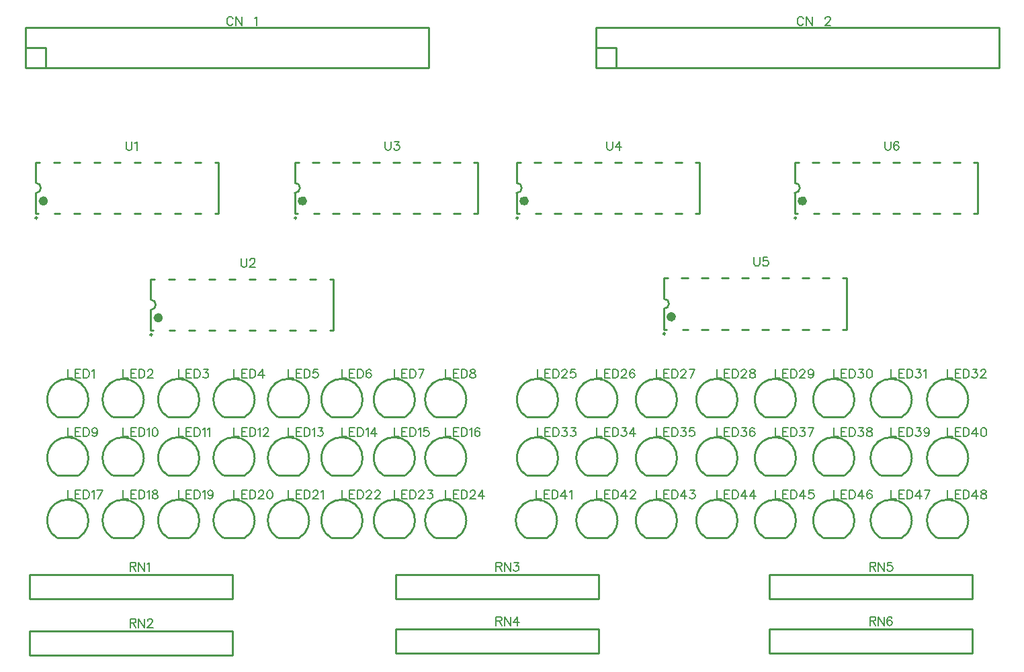
<source format=gto>
G04 Layer: TopSilkLayer*
G04 EasyEDA v6.4.19.4, 2021-04-30T18:59:06+02:00*
G04 9f706370d961430f8c96474a389d8511,2e57c490b2cc43cca34809fe9e8c30bf,10*
G04 Gerber Generator version 0.2*
G04 Scale: 100 percent, Rotated: No, Reflected: No *
G04 Dimensions in millimeters *
G04 leading zeros omitted , absolute positions ,4 integer and 5 decimal *
%FSLAX45Y45*%
%MOMM*%

%ADD10C,0.2540*%
%ADD19C,0.6000*%
%ADD20C,0.2500*%
%ADD21C,0.1524*%

%LPD*%
D21*
X2235200Y7938515D02*
G01*
X2235200Y7860537D01*
X2240279Y7845044D01*
X2250693Y7834629D01*
X2266441Y7829550D01*
X2276856Y7829550D01*
X2292350Y7834629D01*
X2302763Y7845044D01*
X2307843Y7860537D01*
X2307843Y7938515D01*
X2342134Y7917687D02*
G01*
X2352547Y7923021D01*
X2368295Y7938515D01*
X2368295Y7829550D01*
X5499100Y7938515D02*
G01*
X5499100Y7860537D01*
X5504179Y7845044D01*
X5514593Y7834629D01*
X5530341Y7829550D01*
X5540756Y7829550D01*
X5556250Y7834629D01*
X5566663Y7845044D01*
X5571743Y7860537D01*
X5571743Y7938515D01*
X5616447Y7938515D02*
G01*
X5673597Y7938515D01*
X5642609Y7896860D01*
X5658104Y7896860D01*
X5668518Y7891779D01*
X5673597Y7886700D01*
X5678931Y7870952D01*
X5678931Y7860537D01*
X5673597Y7845044D01*
X5663184Y7834629D01*
X5647690Y7829550D01*
X5632195Y7829550D01*
X5616447Y7834629D01*
X5611368Y7839710D01*
X5606034Y7850123D01*
X8293100Y7938515D02*
G01*
X8293100Y7860537D01*
X8298179Y7845044D01*
X8308593Y7834629D01*
X8324341Y7829550D01*
X8334756Y7829550D01*
X8350250Y7834629D01*
X8360663Y7845044D01*
X8365743Y7860537D01*
X8365743Y7938515D01*
X8452104Y7938515D02*
G01*
X8400034Y7865871D01*
X8478011Y7865871D01*
X8452104Y7938515D02*
G01*
X8452104Y7829550D01*
X10147300Y6478015D02*
G01*
X10147300Y6400037D01*
X10152379Y6384544D01*
X10162793Y6374129D01*
X10178541Y6369050D01*
X10188956Y6369050D01*
X10204450Y6374129D01*
X10214863Y6384544D01*
X10219943Y6400037D01*
X10219943Y6478015D01*
X10316718Y6478015D02*
G01*
X10264647Y6478015D01*
X10259568Y6431279D01*
X10264647Y6436360D01*
X10280395Y6441694D01*
X10295890Y6441694D01*
X10311384Y6436360D01*
X10321797Y6426200D01*
X10327131Y6410452D01*
X10327131Y6400037D01*
X10321797Y6384544D01*
X10311384Y6374129D01*
X10295890Y6369050D01*
X10280395Y6369050D01*
X10264647Y6374129D01*
X10259568Y6379210D01*
X10254234Y6389623D01*
X11798300Y7938515D02*
G01*
X11798300Y7860537D01*
X11803379Y7845044D01*
X11813793Y7834629D01*
X11829541Y7829550D01*
X11839956Y7829550D01*
X11855450Y7834629D01*
X11865863Y7845044D01*
X11870943Y7860537D01*
X11870943Y7938515D01*
X11967718Y7923021D02*
G01*
X11962384Y7933436D01*
X11946890Y7938515D01*
X11936475Y7938515D01*
X11920981Y7933436D01*
X11910568Y7917687D01*
X11905234Y7891779D01*
X11905234Y7865871D01*
X11910568Y7845044D01*
X11920981Y7834629D01*
X11936475Y7829550D01*
X11941809Y7829550D01*
X11957304Y7834629D01*
X11967718Y7845044D01*
X11972797Y7860537D01*
X11972797Y7865871D01*
X11967718Y7881365D01*
X11957304Y7891779D01*
X11941809Y7896860D01*
X11936475Y7896860D01*
X11920981Y7891779D01*
X11910568Y7881365D01*
X11905234Y7865871D01*
X3683000Y6465315D02*
G01*
X3683000Y6387337D01*
X3688079Y6371844D01*
X3698493Y6361429D01*
X3714241Y6356350D01*
X3724656Y6356350D01*
X3740150Y6361429D01*
X3750563Y6371844D01*
X3755643Y6387337D01*
X3755643Y6465315D01*
X3795268Y6439407D02*
G01*
X3795268Y6444487D01*
X3800347Y6454902D01*
X3805681Y6460236D01*
X3816095Y6465315D01*
X3836670Y6465315D01*
X3847084Y6460236D01*
X3852418Y6454902D01*
X3857497Y6444487D01*
X3857497Y6434073D01*
X3852418Y6423660D01*
X3842004Y6408165D01*
X3789934Y6356350D01*
X3862831Y6356350D01*
X3583177Y9487408D02*
G01*
X3577843Y9497821D01*
X3567429Y9508236D01*
X3557270Y9513315D01*
X3536441Y9513315D01*
X3526027Y9508236D01*
X3515613Y9497821D01*
X3510279Y9487408D01*
X3505200Y9471660D01*
X3505200Y9445752D01*
X3510279Y9430258D01*
X3515613Y9419844D01*
X3526027Y9409429D01*
X3536441Y9404350D01*
X3557270Y9404350D01*
X3567429Y9409429D01*
X3577843Y9419844D01*
X3583177Y9430258D01*
X3617468Y9513315D02*
G01*
X3617468Y9404350D01*
X3617468Y9513315D02*
G01*
X3690111Y9404350D01*
X3690111Y9513315D02*
G01*
X3690111Y9404350D01*
X3724402Y9367774D02*
G01*
X3817874Y9367774D01*
X3852163Y9492487D02*
G01*
X3862577Y9497821D01*
X3878325Y9513315D01*
X3878325Y9404350D01*
X10771377Y9487408D02*
G01*
X10766043Y9497821D01*
X10755629Y9508236D01*
X10745470Y9513315D01*
X10724641Y9513315D01*
X10714227Y9508236D01*
X10703813Y9497821D01*
X10698479Y9487408D01*
X10693400Y9471660D01*
X10693400Y9445752D01*
X10698479Y9430258D01*
X10703813Y9419844D01*
X10714227Y9409429D01*
X10724641Y9404350D01*
X10745470Y9404350D01*
X10755629Y9409429D01*
X10766043Y9419844D01*
X10771377Y9430258D01*
X10805668Y9513315D02*
G01*
X10805668Y9404350D01*
X10805668Y9513315D02*
G01*
X10878311Y9404350D01*
X10878311Y9513315D02*
G01*
X10878311Y9404350D01*
X10912602Y9367774D02*
G01*
X11006074Y9367774D01*
X11045697Y9487408D02*
G01*
X11045697Y9492487D01*
X11050777Y9502902D01*
X11056111Y9508236D01*
X11066525Y9513315D01*
X11087100Y9513315D01*
X11097513Y9508236D01*
X11102847Y9502902D01*
X11107927Y9492487D01*
X11107927Y9482074D01*
X11102847Y9471660D01*
X11092434Y9456165D01*
X11040363Y9404350D01*
X11113261Y9404350D01*
X1498600Y5065318D02*
G01*
X1498600Y4956352D01*
X1498600Y4956352D02*
G01*
X1560829Y4956352D01*
X1595120Y5065318D02*
G01*
X1595120Y4956352D01*
X1595120Y5065318D02*
G01*
X1662684Y5065318D01*
X1595120Y5013502D02*
G01*
X1636776Y5013502D01*
X1595120Y4956352D02*
G01*
X1662684Y4956352D01*
X1696973Y5065318D02*
G01*
X1696973Y4956352D01*
X1696973Y5065318D02*
G01*
X1733550Y5065318D01*
X1749044Y5060238D01*
X1759457Y5049824D01*
X1764537Y5039410D01*
X1769871Y5023662D01*
X1769871Y4997754D01*
X1764537Y4982260D01*
X1759457Y4971846D01*
X1749044Y4961432D01*
X1733550Y4956352D01*
X1696973Y4956352D01*
X1804162Y5044490D02*
G01*
X1814576Y5049824D01*
X1830070Y5065318D01*
X1830070Y4956352D01*
X2197100Y5065318D02*
G01*
X2197100Y4956352D01*
X2197100Y4956352D02*
G01*
X2259329Y4956352D01*
X2293620Y5065318D02*
G01*
X2293620Y4956352D01*
X2293620Y5065318D02*
G01*
X2361184Y5065318D01*
X2293620Y5013502D02*
G01*
X2335275Y5013502D01*
X2293620Y4956352D02*
G01*
X2361184Y4956352D01*
X2395474Y5065318D02*
G01*
X2395474Y4956352D01*
X2395474Y5065318D02*
G01*
X2432050Y5065318D01*
X2447543Y5060238D01*
X2457958Y5049824D01*
X2463038Y5039410D01*
X2468372Y5023662D01*
X2468372Y4997754D01*
X2463038Y4982260D01*
X2457958Y4971846D01*
X2447543Y4961432D01*
X2432050Y4956352D01*
X2395474Y4956352D01*
X2507741Y5039410D02*
G01*
X2507741Y5044490D01*
X2513075Y5054904D01*
X2518156Y5060238D01*
X2528570Y5065318D01*
X2549397Y5065318D01*
X2559811Y5060238D01*
X2564891Y5054904D01*
X2570225Y5044490D01*
X2570225Y5034076D01*
X2564891Y5023662D01*
X2554477Y5008168D01*
X2502661Y4956352D01*
X2575306Y4956352D01*
X2895600Y5065318D02*
G01*
X2895600Y4956352D01*
X2895600Y4956352D02*
G01*
X2957829Y4956352D01*
X2992120Y5065318D02*
G01*
X2992120Y4956352D01*
X2992120Y5065318D02*
G01*
X3059684Y5065318D01*
X2992120Y5013502D02*
G01*
X3033775Y5013502D01*
X2992120Y4956352D02*
G01*
X3059684Y4956352D01*
X3093974Y5065318D02*
G01*
X3093974Y4956352D01*
X3093974Y5065318D02*
G01*
X3130550Y5065318D01*
X3146043Y5060238D01*
X3156458Y5049824D01*
X3161538Y5039410D01*
X3166872Y5023662D01*
X3166872Y4997754D01*
X3161538Y4982260D01*
X3156458Y4971846D01*
X3146043Y4961432D01*
X3130550Y4956352D01*
X3093974Y4956352D01*
X3211575Y5065318D02*
G01*
X3268725Y5065318D01*
X3237484Y5023662D01*
X3252977Y5023662D01*
X3263391Y5018582D01*
X3268725Y5013502D01*
X3273806Y4997754D01*
X3273806Y4987340D01*
X3268725Y4971846D01*
X3258311Y4961432D01*
X3242563Y4956352D01*
X3227070Y4956352D01*
X3211575Y4961432D01*
X3206241Y4966512D01*
X3201161Y4976926D01*
X3594100Y5065318D02*
G01*
X3594100Y4956352D01*
X3594100Y4956352D02*
G01*
X3656329Y4956352D01*
X3690620Y5065318D02*
G01*
X3690620Y4956352D01*
X3690620Y5065318D02*
G01*
X3758184Y5065318D01*
X3690620Y5013502D02*
G01*
X3732275Y5013502D01*
X3690620Y4956352D02*
G01*
X3758184Y4956352D01*
X3792474Y5065318D02*
G01*
X3792474Y4956352D01*
X3792474Y5065318D02*
G01*
X3829050Y5065318D01*
X3844543Y5060238D01*
X3854958Y5049824D01*
X3860038Y5039410D01*
X3865372Y5023662D01*
X3865372Y4997754D01*
X3860038Y4982260D01*
X3854958Y4971846D01*
X3844543Y4961432D01*
X3829050Y4956352D01*
X3792474Y4956352D01*
X3951477Y5065318D02*
G01*
X3899661Y4992674D01*
X3977640Y4992674D01*
X3951477Y5065318D02*
G01*
X3951477Y4956352D01*
X4279900Y5065318D02*
G01*
X4279900Y4956352D01*
X4279900Y4956352D02*
G01*
X4342129Y4956352D01*
X4376420Y5065318D02*
G01*
X4376420Y4956352D01*
X4376420Y5065318D02*
G01*
X4443984Y5065318D01*
X4376420Y5013502D02*
G01*
X4418075Y5013502D01*
X4376420Y4956352D02*
G01*
X4443984Y4956352D01*
X4478274Y5065318D02*
G01*
X4478274Y4956352D01*
X4478274Y5065318D02*
G01*
X4514850Y5065318D01*
X4530343Y5060238D01*
X4540758Y5049824D01*
X4545838Y5039410D01*
X4551172Y5023662D01*
X4551172Y4997754D01*
X4545838Y4982260D01*
X4540758Y4971846D01*
X4530343Y4961432D01*
X4514850Y4956352D01*
X4478274Y4956352D01*
X4647691Y5065318D02*
G01*
X4595875Y5065318D01*
X4590541Y5018582D01*
X4595875Y5023662D01*
X4611370Y5028996D01*
X4626863Y5028996D01*
X4642611Y5023662D01*
X4653025Y5013502D01*
X4658106Y4997754D01*
X4658106Y4987340D01*
X4653025Y4971846D01*
X4642611Y4961432D01*
X4626863Y4956352D01*
X4611370Y4956352D01*
X4595875Y4961432D01*
X4590541Y4966512D01*
X4585461Y4976926D01*
X4953000Y5065318D02*
G01*
X4953000Y4956352D01*
X4953000Y4956352D02*
G01*
X5015229Y4956352D01*
X5049520Y5065318D02*
G01*
X5049520Y4956352D01*
X5049520Y5065318D02*
G01*
X5117084Y5065318D01*
X5049520Y5013502D02*
G01*
X5091175Y5013502D01*
X5049520Y4956352D02*
G01*
X5117084Y4956352D01*
X5151374Y5065318D02*
G01*
X5151374Y4956352D01*
X5151374Y5065318D02*
G01*
X5187950Y5065318D01*
X5203443Y5060238D01*
X5213858Y5049824D01*
X5218938Y5039410D01*
X5224272Y5023662D01*
X5224272Y4997754D01*
X5218938Y4982260D01*
X5213858Y4971846D01*
X5203443Y4961432D01*
X5187950Y4956352D01*
X5151374Y4956352D01*
X5320791Y5049824D02*
G01*
X5315711Y5060238D01*
X5299963Y5065318D01*
X5289550Y5065318D01*
X5274056Y5060238D01*
X5263641Y5044490D01*
X5258561Y5018582D01*
X5258561Y4992674D01*
X5263641Y4971846D01*
X5274056Y4961432D01*
X5289550Y4956352D01*
X5294884Y4956352D01*
X5310377Y4961432D01*
X5320791Y4971846D01*
X5326125Y4987340D01*
X5326125Y4992674D01*
X5320791Y5008168D01*
X5310377Y5018582D01*
X5294884Y5023662D01*
X5289550Y5023662D01*
X5274056Y5018582D01*
X5263641Y5008168D01*
X5258561Y4992674D01*
X5613400Y5065318D02*
G01*
X5613400Y4956352D01*
X5613400Y4956352D02*
G01*
X5675629Y4956352D01*
X5709920Y5065318D02*
G01*
X5709920Y4956352D01*
X5709920Y5065318D02*
G01*
X5777484Y5065318D01*
X5709920Y5013502D02*
G01*
X5751575Y5013502D01*
X5709920Y4956352D02*
G01*
X5777484Y4956352D01*
X5811774Y5065318D02*
G01*
X5811774Y4956352D01*
X5811774Y5065318D02*
G01*
X5848350Y5065318D01*
X5863843Y5060238D01*
X5874258Y5049824D01*
X5879338Y5039410D01*
X5884672Y5023662D01*
X5884672Y4997754D01*
X5879338Y4982260D01*
X5874258Y4971846D01*
X5863843Y4961432D01*
X5848350Y4956352D01*
X5811774Y4956352D01*
X5991606Y5065318D02*
G01*
X5939790Y4956352D01*
X5918961Y5065318D02*
G01*
X5991606Y5065318D01*
X6261100Y5065318D02*
G01*
X6261100Y4956352D01*
X6261100Y4956352D02*
G01*
X6323329Y4956352D01*
X6357620Y5065318D02*
G01*
X6357620Y4956352D01*
X6357620Y5065318D02*
G01*
X6425184Y5065318D01*
X6357620Y5013502D02*
G01*
X6399275Y5013502D01*
X6357620Y4956352D02*
G01*
X6425184Y4956352D01*
X6459474Y5065318D02*
G01*
X6459474Y4956352D01*
X6459474Y5065318D02*
G01*
X6496050Y5065318D01*
X6511543Y5060238D01*
X6521958Y5049824D01*
X6527038Y5039410D01*
X6532372Y5023662D01*
X6532372Y4997754D01*
X6527038Y4982260D01*
X6521958Y4971846D01*
X6511543Y4961432D01*
X6496050Y4956352D01*
X6459474Y4956352D01*
X6592570Y5065318D02*
G01*
X6577075Y5060238D01*
X6571741Y5049824D01*
X6571741Y5039410D01*
X6577075Y5028996D01*
X6587490Y5023662D01*
X6608063Y5018582D01*
X6623811Y5013502D01*
X6634225Y5003088D01*
X6639306Y4992674D01*
X6639306Y4976926D01*
X6634225Y4966512D01*
X6628891Y4961432D01*
X6613397Y4956352D01*
X6592570Y4956352D01*
X6577075Y4961432D01*
X6571741Y4966512D01*
X6566661Y4976926D01*
X6566661Y4992674D01*
X6571741Y5003088D01*
X6582156Y5013502D01*
X6597650Y5018582D01*
X6618477Y5023662D01*
X6628891Y5028996D01*
X6634225Y5039410D01*
X6634225Y5049824D01*
X6628891Y5060238D01*
X6613397Y5065318D01*
X6592570Y5065318D01*
X6261100Y4328718D02*
G01*
X6261100Y4219752D01*
X6261100Y4219752D02*
G01*
X6323329Y4219752D01*
X6357620Y4328718D02*
G01*
X6357620Y4219752D01*
X6357620Y4328718D02*
G01*
X6425184Y4328718D01*
X6357620Y4276902D02*
G01*
X6399275Y4276902D01*
X6357620Y4219752D02*
G01*
X6425184Y4219752D01*
X6459474Y4328718D02*
G01*
X6459474Y4219752D01*
X6459474Y4328718D02*
G01*
X6496050Y4328718D01*
X6511543Y4323638D01*
X6521958Y4313224D01*
X6527038Y4302810D01*
X6532372Y4287062D01*
X6532372Y4261154D01*
X6527038Y4245660D01*
X6521958Y4235246D01*
X6511543Y4224832D01*
X6496050Y4219752D01*
X6459474Y4219752D01*
X6566661Y4307890D02*
G01*
X6577075Y4313224D01*
X6592570Y4328718D01*
X6592570Y4219752D01*
X6689090Y4313224D02*
G01*
X6684009Y4323638D01*
X6668515Y4328718D01*
X6658102Y4328718D01*
X6642354Y4323638D01*
X6631940Y4307890D01*
X6626859Y4281982D01*
X6626859Y4256074D01*
X6631940Y4235246D01*
X6642354Y4224832D01*
X6658102Y4219752D01*
X6663181Y4219752D01*
X6678929Y4224832D01*
X6689090Y4235246D01*
X6694424Y4250740D01*
X6694424Y4256074D01*
X6689090Y4271568D01*
X6678929Y4281982D01*
X6663181Y4287062D01*
X6658102Y4287062D01*
X6642354Y4281982D01*
X6631940Y4271568D01*
X6626859Y4256074D01*
X5613400Y4328718D02*
G01*
X5613400Y4219752D01*
X5613400Y4219752D02*
G01*
X5675629Y4219752D01*
X5709920Y4328718D02*
G01*
X5709920Y4219752D01*
X5709920Y4328718D02*
G01*
X5777484Y4328718D01*
X5709920Y4276902D02*
G01*
X5751575Y4276902D01*
X5709920Y4219752D02*
G01*
X5777484Y4219752D01*
X5811774Y4328718D02*
G01*
X5811774Y4219752D01*
X5811774Y4328718D02*
G01*
X5848350Y4328718D01*
X5863843Y4323638D01*
X5874258Y4313224D01*
X5879338Y4302810D01*
X5884672Y4287062D01*
X5884672Y4261154D01*
X5879338Y4245660D01*
X5874258Y4235246D01*
X5863843Y4224832D01*
X5848350Y4219752D01*
X5811774Y4219752D01*
X5918961Y4307890D02*
G01*
X5929375Y4313224D01*
X5944870Y4328718D01*
X5944870Y4219752D01*
X6041390Y4328718D02*
G01*
X5989574Y4328718D01*
X5984240Y4281982D01*
X5989574Y4287062D01*
X6005068Y4292396D01*
X6020815Y4292396D01*
X6036309Y4287062D01*
X6046724Y4276902D01*
X6051804Y4261154D01*
X6051804Y4250740D01*
X6046724Y4235246D01*
X6036309Y4224832D01*
X6020815Y4219752D01*
X6005068Y4219752D01*
X5989574Y4224832D01*
X5984240Y4229912D01*
X5979159Y4240326D01*
X4953000Y4328718D02*
G01*
X4953000Y4219752D01*
X4953000Y4219752D02*
G01*
X5015229Y4219752D01*
X5049520Y4328718D02*
G01*
X5049520Y4219752D01*
X5049520Y4328718D02*
G01*
X5117084Y4328718D01*
X5049520Y4276902D02*
G01*
X5091175Y4276902D01*
X5049520Y4219752D02*
G01*
X5117084Y4219752D01*
X5151374Y4328718D02*
G01*
X5151374Y4219752D01*
X5151374Y4328718D02*
G01*
X5187950Y4328718D01*
X5203443Y4323638D01*
X5213858Y4313224D01*
X5218938Y4302810D01*
X5224272Y4287062D01*
X5224272Y4261154D01*
X5218938Y4245660D01*
X5213858Y4235246D01*
X5203443Y4224832D01*
X5187950Y4219752D01*
X5151374Y4219752D01*
X5258561Y4307890D02*
G01*
X5268975Y4313224D01*
X5284470Y4328718D01*
X5284470Y4219752D01*
X5370829Y4328718D02*
G01*
X5318759Y4256074D01*
X5396738Y4256074D01*
X5370829Y4328718D02*
G01*
X5370829Y4219752D01*
X4279900Y4328718D02*
G01*
X4279900Y4219752D01*
X4279900Y4219752D02*
G01*
X4342129Y4219752D01*
X4376420Y4328718D02*
G01*
X4376420Y4219752D01*
X4376420Y4328718D02*
G01*
X4443984Y4328718D01*
X4376420Y4276902D02*
G01*
X4418075Y4276902D01*
X4376420Y4219752D02*
G01*
X4443984Y4219752D01*
X4478274Y4328718D02*
G01*
X4478274Y4219752D01*
X4478274Y4328718D02*
G01*
X4514850Y4328718D01*
X4530343Y4323638D01*
X4540758Y4313224D01*
X4545838Y4302810D01*
X4551172Y4287062D01*
X4551172Y4261154D01*
X4545838Y4245660D01*
X4540758Y4235246D01*
X4530343Y4224832D01*
X4514850Y4219752D01*
X4478274Y4219752D01*
X4585461Y4307890D02*
G01*
X4595875Y4313224D01*
X4611370Y4328718D01*
X4611370Y4219752D01*
X4656074Y4328718D02*
G01*
X4713224Y4328718D01*
X4681981Y4287062D01*
X4697729Y4287062D01*
X4707890Y4281982D01*
X4713224Y4276902D01*
X4718304Y4261154D01*
X4718304Y4250740D01*
X4713224Y4235246D01*
X4702809Y4224832D01*
X4687315Y4219752D01*
X4671568Y4219752D01*
X4656074Y4224832D01*
X4650740Y4229912D01*
X4645659Y4240326D01*
X3594100Y4328718D02*
G01*
X3594100Y4219752D01*
X3594100Y4219752D02*
G01*
X3656329Y4219752D01*
X3690620Y4328718D02*
G01*
X3690620Y4219752D01*
X3690620Y4328718D02*
G01*
X3758184Y4328718D01*
X3690620Y4276902D02*
G01*
X3732275Y4276902D01*
X3690620Y4219752D02*
G01*
X3758184Y4219752D01*
X3792474Y4328718D02*
G01*
X3792474Y4219752D01*
X3792474Y4328718D02*
G01*
X3829050Y4328718D01*
X3844543Y4323638D01*
X3854958Y4313224D01*
X3860038Y4302810D01*
X3865372Y4287062D01*
X3865372Y4261154D01*
X3860038Y4245660D01*
X3854958Y4235246D01*
X3844543Y4224832D01*
X3829050Y4219752D01*
X3792474Y4219752D01*
X3899661Y4307890D02*
G01*
X3910075Y4313224D01*
X3925570Y4328718D01*
X3925570Y4219752D01*
X3964940Y4302810D02*
G01*
X3964940Y4307890D01*
X3970274Y4318304D01*
X3975354Y4323638D01*
X3985768Y4328718D01*
X4006595Y4328718D01*
X4017009Y4323638D01*
X4022090Y4318304D01*
X4027424Y4307890D01*
X4027424Y4297476D01*
X4022090Y4287062D01*
X4011929Y4271568D01*
X3959859Y4219752D01*
X4032504Y4219752D01*
X2895600Y4328718D02*
G01*
X2895600Y4219752D01*
X2895600Y4219752D02*
G01*
X2957829Y4219752D01*
X2992120Y4328718D02*
G01*
X2992120Y4219752D01*
X2992120Y4328718D02*
G01*
X3059684Y4328718D01*
X2992120Y4276902D02*
G01*
X3033775Y4276902D01*
X2992120Y4219752D02*
G01*
X3059684Y4219752D01*
X3093974Y4328718D02*
G01*
X3093974Y4219752D01*
X3093974Y4328718D02*
G01*
X3130550Y4328718D01*
X3146043Y4323638D01*
X3156458Y4313224D01*
X3161538Y4302810D01*
X3166872Y4287062D01*
X3166872Y4261154D01*
X3161538Y4245660D01*
X3156458Y4235246D01*
X3146043Y4224832D01*
X3130550Y4219752D01*
X3093974Y4219752D01*
X3201161Y4307890D02*
G01*
X3211575Y4313224D01*
X3227070Y4328718D01*
X3227070Y4219752D01*
X3261359Y4307890D02*
G01*
X3271774Y4313224D01*
X3287268Y4328718D01*
X3287268Y4219752D01*
X2197100Y4328718D02*
G01*
X2197100Y4219752D01*
X2197100Y4219752D02*
G01*
X2259329Y4219752D01*
X2293620Y4328718D02*
G01*
X2293620Y4219752D01*
X2293620Y4328718D02*
G01*
X2361184Y4328718D01*
X2293620Y4276902D02*
G01*
X2335275Y4276902D01*
X2293620Y4219752D02*
G01*
X2361184Y4219752D01*
X2395474Y4328718D02*
G01*
X2395474Y4219752D01*
X2395474Y4328718D02*
G01*
X2432050Y4328718D01*
X2447543Y4323638D01*
X2457958Y4313224D01*
X2463038Y4302810D01*
X2468372Y4287062D01*
X2468372Y4261154D01*
X2463038Y4245660D01*
X2457958Y4235246D01*
X2447543Y4224832D01*
X2432050Y4219752D01*
X2395474Y4219752D01*
X2502661Y4307890D02*
G01*
X2513075Y4313224D01*
X2528570Y4328718D01*
X2528570Y4219752D01*
X2594102Y4328718D02*
G01*
X2578354Y4323638D01*
X2567940Y4307890D01*
X2562859Y4281982D01*
X2562859Y4266488D01*
X2567940Y4240326D01*
X2578354Y4224832D01*
X2594102Y4219752D01*
X2604515Y4219752D01*
X2620009Y4224832D01*
X2630424Y4240326D01*
X2635504Y4266488D01*
X2635504Y4281982D01*
X2630424Y4307890D01*
X2620009Y4323638D01*
X2604515Y4328718D01*
X2594102Y4328718D01*
X1498600Y4328718D02*
G01*
X1498600Y4219752D01*
X1498600Y4219752D02*
G01*
X1560829Y4219752D01*
X1595120Y4328718D02*
G01*
X1595120Y4219752D01*
X1595120Y4328718D02*
G01*
X1662684Y4328718D01*
X1595120Y4276902D02*
G01*
X1636776Y4276902D01*
X1595120Y4219752D02*
G01*
X1662684Y4219752D01*
X1696973Y4328718D02*
G01*
X1696973Y4219752D01*
X1696973Y4328718D02*
G01*
X1733550Y4328718D01*
X1749044Y4323638D01*
X1759457Y4313224D01*
X1764537Y4302810D01*
X1769871Y4287062D01*
X1769871Y4261154D01*
X1764537Y4245660D01*
X1759457Y4235246D01*
X1749044Y4224832D01*
X1733550Y4219752D01*
X1696973Y4219752D01*
X1871726Y4292396D02*
G01*
X1866392Y4276902D01*
X1855978Y4266488D01*
X1840484Y4261154D01*
X1835150Y4261154D01*
X1819655Y4266488D01*
X1809242Y4276902D01*
X1804162Y4292396D01*
X1804162Y4297476D01*
X1809242Y4313224D01*
X1819655Y4323638D01*
X1835150Y4328718D01*
X1840484Y4328718D01*
X1855978Y4323638D01*
X1866392Y4313224D01*
X1871726Y4292396D01*
X1871726Y4266488D01*
X1866392Y4240326D01*
X1855978Y4224832D01*
X1840484Y4219752D01*
X1830070Y4219752D01*
X1814576Y4224832D01*
X1809242Y4235246D01*
X6261100Y3541318D02*
G01*
X6261100Y3432352D01*
X6261100Y3432352D02*
G01*
X6323329Y3432352D01*
X6357620Y3541318D02*
G01*
X6357620Y3432352D01*
X6357620Y3541318D02*
G01*
X6425184Y3541318D01*
X6357620Y3489502D02*
G01*
X6399275Y3489502D01*
X6357620Y3432352D02*
G01*
X6425184Y3432352D01*
X6459474Y3541318D02*
G01*
X6459474Y3432352D01*
X6459474Y3541318D02*
G01*
X6496050Y3541318D01*
X6511543Y3536238D01*
X6521958Y3525824D01*
X6527038Y3515410D01*
X6532372Y3499662D01*
X6532372Y3473754D01*
X6527038Y3458260D01*
X6521958Y3447846D01*
X6511543Y3437432D01*
X6496050Y3432352D01*
X6459474Y3432352D01*
X6571741Y3515410D02*
G01*
X6571741Y3520490D01*
X6577075Y3530904D01*
X6582156Y3536238D01*
X6592570Y3541318D01*
X6613397Y3541318D01*
X6623811Y3536238D01*
X6628891Y3530904D01*
X6634225Y3520490D01*
X6634225Y3510076D01*
X6628891Y3499662D01*
X6618477Y3484168D01*
X6566661Y3432352D01*
X6639306Y3432352D01*
X6725665Y3541318D02*
G01*
X6673595Y3468674D01*
X6751574Y3468674D01*
X6725665Y3541318D02*
G01*
X6725665Y3432352D01*
X5613400Y3541318D02*
G01*
X5613400Y3432352D01*
X5613400Y3432352D02*
G01*
X5675629Y3432352D01*
X5709920Y3541318D02*
G01*
X5709920Y3432352D01*
X5709920Y3541318D02*
G01*
X5777484Y3541318D01*
X5709920Y3489502D02*
G01*
X5751575Y3489502D01*
X5709920Y3432352D02*
G01*
X5777484Y3432352D01*
X5811774Y3541318D02*
G01*
X5811774Y3432352D01*
X5811774Y3541318D02*
G01*
X5848350Y3541318D01*
X5863843Y3536238D01*
X5874258Y3525824D01*
X5879338Y3515410D01*
X5884672Y3499662D01*
X5884672Y3473754D01*
X5879338Y3458260D01*
X5874258Y3447846D01*
X5863843Y3437432D01*
X5848350Y3432352D01*
X5811774Y3432352D01*
X5924041Y3515410D02*
G01*
X5924041Y3520490D01*
X5929375Y3530904D01*
X5934456Y3536238D01*
X5944870Y3541318D01*
X5965697Y3541318D01*
X5976111Y3536238D01*
X5981191Y3530904D01*
X5986525Y3520490D01*
X5986525Y3510076D01*
X5981191Y3499662D01*
X5970777Y3484168D01*
X5918961Y3432352D01*
X5991606Y3432352D01*
X6036309Y3541318D02*
G01*
X6093459Y3541318D01*
X6062218Y3499662D01*
X6077965Y3499662D01*
X6088379Y3494582D01*
X6093459Y3489502D01*
X6098540Y3473754D01*
X6098540Y3463340D01*
X6093459Y3447846D01*
X6083045Y3437432D01*
X6067552Y3432352D01*
X6051804Y3432352D01*
X6036309Y3437432D01*
X6031229Y3442512D01*
X6025895Y3452926D01*
X4953000Y3541318D02*
G01*
X4953000Y3432352D01*
X4953000Y3432352D02*
G01*
X5015229Y3432352D01*
X5049520Y3541318D02*
G01*
X5049520Y3432352D01*
X5049520Y3541318D02*
G01*
X5117084Y3541318D01*
X5049520Y3489502D02*
G01*
X5091175Y3489502D01*
X5049520Y3432352D02*
G01*
X5117084Y3432352D01*
X5151374Y3541318D02*
G01*
X5151374Y3432352D01*
X5151374Y3541318D02*
G01*
X5187950Y3541318D01*
X5203443Y3536238D01*
X5213858Y3525824D01*
X5218938Y3515410D01*
X5224272Y3499662D01*
X5224272Y3473754D01*
X5218938Y3458260D01*
X5213858Y3447846D01*
X5203443Y3437432D01*
X5187950Y3432352D01*
X5151374Y3432352D01*
X5263641Y3515410D02*
G01*
X5263641Y3520490D01*
X5268975Y3530904D01*
X5274056Y3536238D01*
X5284470Y3541318D01*
X5305297Y3541318D01*
X5315711Y3536238D01*
X5320791Y3530904D01*
X5326125Y3520490D01*
X5326125Y3510076D01*
X5320791Y3499662D01*
X5310377Y3484168D01*
X5258561Y3432352D01*
X5331206Y3432352D01*
X5370829Y3515410D02*
G01*
X5370829Y3520490D01*
X5375909Y3530904D01*
X5380990Y3536238D01*
X5391404Y3541318D01*
X5412231Y3541318D01*
X5422645Y3536238D01*
X5427979Y3530904D01*
X5433059Y3520490D01*
X5433059Y3510076D01*
X5427979Y3499662D01*
X5417565Y3484168D01*
X5365495Y3432352D01*
X5438140Y3432352D01*
X4279900Y3541318D02*
G01*
X4279900Y3432352D01*
X4279900Y3432352D02*
G01*
X4342129Y3432352D01*
X4376420Y3541318D02*
G01*
X4376420Y3432352D01*
X4376420Y3541318D02*
G01*
X4443984Y3541318D01*
X4376420Y3489502D02*
G01*
X4418075Y3489502D01*
X4376420Y3432352D02*
G01*
X4443984Y3432352D01*
X4478274Y3541318D02*
G01*
X4478274Y3432352D01*
X4478274Y3541318D02*
G01*
X4514850Y3541318D01*
X4530343Y3536238D01*
X4540758Y3525824D01*
X4545838Y3515410D01*
X4551172Y3499662D01*
X4551172Y3473754D01*
X4545838Y3458260D01*
X4540758Y3447846D01*
X4530343Y3437432D01*
X4514850Y3432352D01*
X4478274Y3432352D01*
X4590541Y3515410D02*
G01*
X4590541Y3520490D01*
X4595875Y3530904D01*
X4600956Y3536238D01*
X4611370Y3541318D01*
X4632197Y3541318D01*
X4642611Y3536238D01*
X4647691Y3530904D01*
X4653025Y3520490D01*
X4653025Y3510076D01*
X4647691Y3499662D01*
X4637277Y3484168D01*
X4585461Y3432352D01*
X4658106Y3432352D01*
X4692395Y3520490D02*
G01*
X4702809Y3525824D01*
X4718304Y3541318D01*
X4718304Y3432352D01*
X3594100Y3541318D02*
G01*
X3594100Y3432352D01*
X3594100Y3432352D02*
G01*
X3656329Y3432352D01*
X3690620Y3541318D02*
G01*
X3690620Y3432352D01*
X3690620Y3541318D02*
G01*
X3758184Y3541318D01*
X3690620Y3489502D02*
G01*
X3732275Y3489502D01*
X3690620Y3432352D02*
G01*
X3758184Y3432352D01*
X3792474Y3541318D02*
G01*
X3792474Y3432352D01*
X3792474Y3541318D02*
G01*
X3829050Y3541318D01*
X3844543Y3536238D01*
X3854958Y3525824D01*
X3860038Y3515410D01*
X3865372Y3499662D01*
X3865372Y3473754D01*
X3860038Y3458260D01*
X3854958Y3447846D01*
X3844543Y3437432D01*
X3829050Y3432352D01*
X3792474Y3432352D01*
X3904741Y3515410D02*
G01*
X3904741Y3520490D01*
X3910075Y3530904D01*
X3915156Y3536238D01*
X3925570Y3541318D01*
X3946397Y3541318D01*
X3956811Y3536238D01*
X3961891Y3530904D01*
X3967225Y3520490D01*
X3967225Y3510076D01*
X3961891Y3499662D01*
X3951477Y3484168D01*
X3899661Y3432352D01*
X3972306Y3432352D01*
X4037838Y3541318D02*
G01*
X4022090Y3536238D01*
X4011929Y3520490D01*
X4006595Y3494582D01*
X4006595Y3479088D01*
X4011929Y3452926D01*
X4022090Y3437432D01*
X4037838Y3432352D01*
X4048252Y3432352D01*
X4063745Y3437432D01*
X4074159Y3452926D01*
X4079240Y3479088D01*
X4079240Y3494582D01*
X4074159Y3520490D01*
X4063745Y3536238D01*
X4048252Y3541318D01*
X4037838Y3541318D01*
X2895600Y3541318D02*
G01*
X2895600Y3432352D01*
X2895600Y3432352D02*
G01*
X2957829Y3432352D01*
X2992120Y3541318D02*
G01*
X2992120Y3432352D01*
X2992120Y3541318D02*
G01*
X3059684Y3541318D01*
X2992120Y3489502D02*
G01*
X3033775Y3489502D01*
X2992120Y3432352D02*
G01*
X3059684Y3432352D01*
X3093974Y3541318D02*
G01*
X3093974Y3432352D01*
X3093974Y3541318D02*
G01*
X3130550Y3541318D01*
X3146043Y3536238D01*
X3156458Y3525824D01*
X3161538Y3515410D01*
X3166872Y3499662D01*
X3166872Y3473754D01*
X3161538Y3458260D01*
X3156458Y3447846D01*
X3146043Y3437432D01*
X3130550Y3432352D01*
X3093974Y3432352D01*
X3201161Y3520490D02*
G01*
X3211575Y3525824D01*
X3227070Y3541318D01*
X3227070Y3432352D01*
X3328924Y3504996D02*
G01*
X3323590Y3489502D01*
X3313429Y3479088D01*
X3297681Y3473754D01*
X3292602Y3473754D01*
X3276854Y3479088D01*
X3266440Y3489502D01*
X3261359Y3504996D01*
X3261359Y3510076D01*
X3266440Y3525824D01*
X3276854Y3536238D01*
X3292602Y3541318D01*
X3297681Y3541318D01*
X3313429Y3536238D01*
X3323590Y3525824D01*
X3328924Y3504996D01*
X3328924Y3479088D01*
X3323590Y3452926D01*
X3313429Y3437432D01*
X3297681Y3432352D01*
X3287268Y3432352D01*
X3271774Y3437432D01*
X3266440Y3447846D01*
X2197100Y3541318D02*
G01*
X2197100Y3432352D01*
X2197100Y3432352D02*
G01*
X2259329Y3432352D01*
X2293620Y3541318D02*
G01*
X2293620Y3432352D01*
X2293620Y3541318D02*
G01*
X2361184Y3541318D01*
X2293620Y3489502D02*
G01*
X2335275Y3489502D01*
X2293620Y3432352D02*
G01*
X2361184Y3432352D01*
X2395474Y3541318D02*
G01*
X2395474Y3432352D01*
X2395474Y3541318D02*
G01*
X2432050Y3541318D01*
X2447543Y3536238D01*
X2457958Y3525824D01*
X2463038Y3515410D01*
X2468372Y3499662D01*
X2468372Y3473754D01*
X2463038Y3458260D01*
X2457958Y3447846D01*
X2447543Y3437432D01*
X2432050Y3432352D01*
X2395474Y3432352D01*
X2502661Y3520490D02*
G01*
X2513075Y3525824D01*
X2528570Y3541318D01*
X2528570Y3432352D01*
X2588768Y3541318D02*
G01*
X2573274Y3536238D01*
X2567940Y3525824D01*
X2567940Y3515410D01*
X2573274Y3504996D01*
X2583688Y3499662D01*
X2604515Y3494582D01*
X2620009Y3489502D01*
X2630424Y3479088D01*
X2635504Y3468674D01*
X2635504Y3452926D01*
X2630424Y3442512D01*
X2625090Y3437432D01*
X2609595Y3432352D01*
X2588768Y3432352D01*
X2573274Y3437432D01*
X2567940Y3442512D01*
X2562859Y3452926D01*
X2562859Y3468674D01*
X2567940Y3479088D01*
X2578354Y3489502D01*
X2594102Y3494582D01*
X2614929Y3499662D01*
X2625090Y3504996D01*
X2630424Y3515410D01*
X2630424Y3525824D01*
X2625090Y3536238D01*
X2609595Y3541318D01*
X2588768Y3541318D01*
X1498600Y3541318D02*
G01*
X1498600Y3432352D01*
X1498600Y3432352D02*
G01*
X1560829Y3432352D01*
X1595120Y3541318D02*
G01*
X1595120Y3432352D01*
X1595120Y3541318D02*
G01*
X1662684Y3541318D01*
X1595120Y3489502D02*
G01*
X1636776Y3489502D01*
X1595120Y3432352D02*
G01*
X1662684Y3432352D01*
X1696973Y3541318D02*
G01*
X1696973Y3432352D01*
X1696973Y3541318D02*
G01*
X1733550Y3541318D01*
X1749044Y3536238D01*
X1759457Y3525824D01*
X1764537Y3515410D01*
X1769871Y3499662D01*
X1769871Y3473754D01*
X1764537Y3458260D01*
X1759457Y3447846D01*
X1749044Y3437432D01*
X1733550Y3432352D01*
X1696973Y3432352D01*
X1804162Y3520490D02*
G01*
X1814576Y3525824D01*
X1830070Y3541318D01*
X1830070Y3432352D01*
X1937004Y3541318D02*
G01*
X1885187Y3432352D01*
X1864360Y3541318D02*
G01*
X1937004Y3541318D01*
X12585700Y5065318D02*
G01*
X12585700Y4956352D01*
X12585700Y4956352D02*
G01*
X12647929Y4956352D01*
X12682220Y5065318D02*
G01*
X12682220Y4956352D01*
X12682220Y5065318D02*
G01*
X12749784Y5065318D01*
X12682220Y5013502D02*
G01*
X12723875Y5013502D01*
X12682220Y4956352D02*
G01*
X12749784Y4956352D01*
X12784074Y5065318D02*
G01*
X12784074Y4956352D01*
X12784074Y5065318D02*
G01*
X12820650Y5065318D01*
X12836143Y5060238D01*
X12846558Y5049824D01*
X12851638Y5039410D01*
X12856972Y5023662D01*
X12856972Y4997754D01*
X12851638Y4982260D01*
X12846558Y4971846D01*
X12836143Y4961432D01*
X12820650Y4956352D01*
X12784074Y4956352D01*
X12901675Y5065318D02*
G01*
X12958825Y5065318D01*
X12927584Y5023662D01*
X12943077Y5023662D01*
X12953491Y5018582D01*
X12958825Y5013502D01*
X12963906Y4997754D01*
X12963906Y4987340D01*
X12958825Y4971846D01*
X12948411Y4961432D01*
X12932663Y4956352D01*
X12917170Y4956352D01*
X12901675Y4961432D01*
X12896341Y4966512D01*
X12891261Y4976926D01*
X13003529Y5039410D02*
G01*
X13003529Y5044490D01*
X13008609Y5054904D01*
X13013690Y5060238D01*
X13024104Y5065318D01*
X13044931Y5065318D01*
X13055345Y5060238D01*
X13060679Y5054904D01*
X13065759Y5044490D01*
X13065759Y5034076D01*
X13060679Y5023662D01*
X13050265Y5008168D01*
X12998195Y4956352D01*
X13070840Y4956352D01*
X11874500Y5065318D02*
G01*
X11874500Y4956352D01*
X11874500Y4956352D02*
G01*
X11936729Y4956352D01*
X11971020Y5065318D02*
G01*
X11971020Y4956352D01*
X11971020Y5065318D02*
G01*
X12038584Y5065318D01*
X11971020Y5013502D02*
G01*
X12012675Y5013502D01*
X11971020Y4956352D02*
G01*
X12038584Y4956352D01*
X12072874Y5065318D02*
G01*
X12072874Y4956352D01*
X12072874Y5065318D02*
G01*
X12109450Y5065318D01*
X12124943Y5060238D01*
X12135358Y5049824D01*
X12140438Y5039410D01*
X12145772Y5023662D01*
X12145772Y4997754D01*
X12140438Y4982260D01*
X12135358Y4971846D01*
X12124943Y4961432D01*
X12109450Y4956352D01*
X12072874Y4956352D01*
X12190475Y5065318D02*
G01*
X12247625Y5065318D01*
X12216384Y5023662D01*
X12231877Y5023662D01*
X12242291Y5018582D01*
X12247625Y5013502D01*
X12252706Y4997754D01*
X12252706Y4987340D01*
X12247625Y4971846D01*
X12237211Y4961432D01*
X12221463Y4956352D01*
X12205970Y4956352D01*
X12190475Y4961432D01*
X12185141Y4966512D01*
X12180061Y4976926D01*
X12286995Y5044490D02*
G01*
X12297409Y5049824D01*
X12312904Y5065318D01*
X12312904Y4956352D01*
X11150600Y5065318D02*
G01*
X11150600Y4956352D01*
X11150600Y4956352D02*
G01*
X11212829Y4956352D01*
X11247120Y5065318D02*
G01*
X11247120Y4956352D01*
X11247120Y5065318D02*
G01*
X11314684Y5065318D01*
X11247120Y5013502D02*
G01*
X11288775Y5013502D01*
X11247120Y4956352D02*
G01*
X11314684Y4956352D01*
X11348974Y5065318D02*
G01*
X11348974Y4956352D01*
X11348974Y5065318D02*
G01*
X11385550Y5065318D01*
X11401043Y5060238D01*
X11411458Y5049824D01*
X11416538Y5039410D01*
X11421872Y5023662D01*
X11421872Y4997754D01*
X11416538Y4982260D01*
X11411458Y4971846D01*
X11401043Y4961432D01*
X11385550Y4956352D01*
X11348974Y4956352D01*
X11466575Y5065318D02*
G01*
X11523725Y5065318D01*
X11492484Y5023662D01*
X11507977Y5023662D01*
X11518391Y5018582D01*
X11523725Y5013502D01*
X11528806Y4997754D01*
X11528806Y4987340D01*
X11523725Y4971846D01*
X11513311Y4961432D01*
X11497563Y4956352D01*
X11482070Y4956352D01*
X11466575Y4961432D01*
X11461241Y4966512D01*
X11456161Y4976926D01*
X11594338Y5065318D02*
G01*
X11578590Y5060238D01*
X11568429Y5044490D01*
X11563095Y5018582D01*
X11563095Y5003088D01*
X11568429Y4976926D01*
X11578590Y4961432D01*
X11594338Y4956352D01*
X11604752Y4956352D01*
X11620245Y4961432D01*
X11630659Y4976926D01*
X11635740Y5003088D01*
X11635740Y5018582D01*
X11630659Y5044490D01*
X11620245Y5060238D01*
X11604752Y5065318D01*
X11594338Y5065318D01*
X10414000Y5065318D02*
G01*
X10414000Y4956352D01*
X10414000Y4956352D02*
G01*
X10476229Y4956352D01*
X10510520Y5065318D02*
G01*
X10510520Y4956352D01*
X10510520Y5065318D02*
G01*
X10578084Y5065318D01*
X10510520Y5013502D02*
G01*
X10552175Y5013502D01*
X10510520Y4956352D02*
G01*
X10578084Y4956352D01*
X10612374Y5065318D02*
G01*
X10612374Y4956352D01*
X10612374Y5065318D02*
G01*
X10648950Y5065318D01*
X10664443Y5060238D01*
X10674858Y5049824D01*
X10679938Y5039410D01*
X10685272Y5023662D01*
X10685272Y4997754D01*
X10679938Y4982260D01*
X10674858Y4971846D01*
X10664443Y4961432D01*
X10648950Y4956352D01*
X10612374Y4956352D01*
X10724641Y5039410D02*
G01*
X10724641Y5044490D01*
X10729975Y5054904D01*
X10735056Y5060238D01*
X10745470Y5065318D01*
X10766297Y5065318D01*
X10776711Y5060238D01*
X10781791Y5054904D01*
X10787125Y5044490D01*
X10787125Y5034076D01*
X10781791Y5023662D01*
X10771377Y5008168D01*
X10719561Y4956352D01*
X10792206Y4956352D01*
X10894059Y5028996D02*
G01*
X10888979Y5013502D01*
X10878565Y5003088D01*
X10862818Y4997754D01*
X10857738Y4997754D01*
X10841990Y5003088D01*
X10831829Y5013502D01*
X10826495Y5028996D01*
X10826495Y5034076D01*
X10831829Y5049824D01*
X10841990Y5060238D01*
X10857738Y5065318D01*
X10862818Y5065318D01*
X10878565Y5060238D01*
X10888979Y5049824D01*
X10894059Y5028996D01*
X10894059Y5003088D01*
X10888979Y4976926D01*
X10878565Y4961432D01*
X10862818Y4956352D01*
X10852404Y4956352D01*
X10836909Y4961432D01*
X10831829Y4971846D01*
X9677400Y5065318D02*
G01*
X9677400Y4956352D01*
X9677400Y4956352D02*
G01*
X9739629Y4956352D01*
X9773920Y5065318D02*
G01*
X9773920Y4956352D01*
X9773920Y5065318D02*
G01*
X9841484Y5065318D01*
X9773920Y5013502D02*
G01*
X9815575Y5013502D01*
X9773920Y4956352D02*
G01*
X9841484Y4956352D01*
X9875774Y5065318D02*
G01*
X9875774Y4956352D01*
X9875774Y5065318D02*
G01*
X9912350Y5065318D01*
X9927843Y5060238D01*
X9938258Y5049824D01*
X9943338Y5039410D01*
X9948672Y5023662D01*
X9948672Y4997754D01*
X9943338Y4982260D01*
X9938258Y4971846D01*
X9927843Y4961432D01*
X9912350Y4956352D01*
X9875774Y4956352D01*
X9988041Y5039410D02*
G01*
X9988041Y5044490D01*
X9993375Y5054904D01*
X9998456Y5060238D01*
X10008870Y5065318D01*
X10029697Y5065318D01*
X10040111Y5060238D01*
X10045191Y5054904D01*
X10050525Y5044490D01*
X10050525Y5034076D01*
X10045191Y5023662D01*
X10034777Y5008168D01*
X9982961Y4956352D01*
X10055606Y4956352D01*
X10115804Y5065318D02*
G01*
X10100309Y5060238D01*
X10095229Y5049824D01*
X10095229Y5039410D01*
X10100309Y5028996D01*
X10110724Y5023662D01*
X10131552Y5018582D01*
X10147045Y5013502D01*
X10157459Y5003088D01*
X10162540Y4992674D01*
X10162540Y4976926D01*
X10157459Y4966512D01*
X10152379Y4961432D01*
X10136631Y4956352D01*
X10115804Y4956352D01*
X10100309Y4961432D01*
X10095229Y4966512D01*
X10089895Y4976926D01*
X10089895Y4992674D01*
X10095229Y5003088D01*
X10105390Y5013502D01*
X10121138Y5018582D01*
X10141965Y5023662D01*
X10152379Y5028996D01*
X10157459Y5039410D01*
X10157459Y5049824D01*
X10152379Y5060238D01*
X10136631Y5065318D01*
X10115804Y5065318D01*
X8915400Y5065318D02*
G01*
X8915400Y4956352D01*
X8915400Y4956352D02*
G01*
X8977629Y4956352D01*
X9011920Y5065318D02*
G01*
X9011920Y4956352D01*
X9011920Y5065318D02*
G01*
X9079484Y5065318D01*
X9011920Y5013502D02*
G01*
X9053575Y5013502D01*
X9011920Y4956352D02*
G01*
X9079484Y4956352D01*
X9113774Y5065318D02*
G01*
X9113774Y4956352D01*
X9113774Y5065318D02*
G01*
X9150350Y5065318D01*
X9165843Y5060238D01*
X9176258Y5049824D01*
X9181338Y5039410D01*
X9186672Y5023662D01*
X9186672Y4997754D01*
X9181338Y4982260D01*
X9176258Y4971846D01*
X9165843Y4961432D01*
X9150350Y4956352D01*
X9113774Y4956352D01*
X9226041Y5039410D02*
G01*
X9226041Y5044490D01*
X9231375Y5054904D01*
X9236456Y5060238D01*
X9246870Y5065318D01*
X9267697Y5065318D01*
X9278111Y5060238D01*
X9283191Y5054904D01*
X9288525Y5044490D01*
X9288525Y5034076D01*
X9283191Y5023662D01*
X9272777Y5008168D01*
X9220961Y4956352D01*
X9293606Y4956352D01*
X9400540Y5065318D02*
G01*
X9348724Y4956352D01*
X9327895Y5065318D02*
G01*
X9400540Y5065318D01*
X8166100Y5065318D02*
G01*
X8166100Y4956352D01*
X8166100Y4956352D02*
G01*
X8228329Y4956352D01*
X8262620Y5065318D02*
G01*
X8262620Y4956352D01*
X8262620Y5065318D02*
G01*
X8330184Y5065318D01*
X8262620Y5013502D02*
G01*
X8304275Y5013502D01*
X8262620Y4956352D02*
G01*
X8330184Y4956352D01*
X8364474Y5065318D02*
G01*
X8364474Y4956352D01*
X8364474Y5065318D02*
G01*
X8401050Y5065318D01*
X8416543Y5060238D01*
X8426958Y5049824D01*
X8432038Y5039410D01*
X8437372Y5023662D01*
X8437372Y4997754D01*
X8432038Y4982260D01*
X8426958Y4971846D01*
X8416543Y4961432D01*
X8401050Y4956352D01*
X8364474Y4956352D01*
X8476741Y5039410D02*
G01*
X8476741Y5044490D01*
X8482075Y5054904D01*
X8487156Y5060238D01*
X8497570Y5065318D01*
X8518397Y5065318D01*
X8528811Y5060238D01*
X8533891Y5054904D01*
X8539225Y5044490D01*
X8539225Y5034076D01*
X8533891Y5023662D01*
X8523477Y5008168D01*
X8471661Y4956352D01*
X8544306Y4956352D01*
X8641079Y5049824D02*
G01*
X8635745Y5060238D01*
X8620252Y5065318D01*
X8609838Y5065318D01*
X8594090Y5060238D01*
X8583929Y5044490D01*
X8578595Y5018582D01*
X8578595Y4992674D01*
X8583929Y4971846D01*
X8594090Y4961432D01*
X8609838Y4956352D01*
X8614918Y4956352D01*
X8630665Y4961432D01*
X8641079Y4971846D01*
X8646159Y4987340D01*
X8646159Y4992674D01*
X8641079Y5008168D01*
X8630665Y5018582D01*
X8614918Y5023662D01*
X8609838Y5023662D01*
X8594090Y5018582D01*
X8583929Y5008168D01*
X8578595Y4992674D01*
X7416800Y5065318D02*
G01*
X7416800Y4956352D01*
X7416800Y4956352D02*
G01*
X7479029Y4956352D01*
X7513320Y5065318D02*
G01*
X7513320Y4956352D01*
X7513320Y5065318D02*
G01*
X7580884Y5065318D01*
X7513320Y5013502D02*
G01*
X7554975Y5013502D01*
X7513320Y4956352D02*
G01*
X7580884Y4956352D01*
X7615174Y5065318D02*
G01*
X7615174Y4956352D01*
X7615174Y5065318D02*
G01*
X7651750Y5065318D01*
X7667243Y5060238D01*
X7677658Y5049824D01*
X7682738Y5039410D01*
X7688072Y5023662D01*
X7688072Y4997754D01*
X7682738Y4982260D01*
X7677658Y4971846D01*
X7667243Y4961432D01*
X7651750Y4956352D01*
X7615174Y4956352D01*
X7727441Y5039410D02*
G01*
X7727441Y5044490D01*
X7732775Y5054904D01*
X7737856Y5060238D01*
X7748270Y5065318D01*
X7769097Y5065318D01*
X7779511Y5060238D01*
X7784591Y5054904D01*
X7789925Y5044490D01*
X7789925Y5034076D01*
X7784591Y5023662D01*
X7774177Y5008168D01*
X7722361Y4956352D01*
X7795006Y4956352D01*
X7891779Y5065318D02*
G01*
X7839709Y5065318D01*
X7834629Y5018582D01*
X7839709Y5023662D01*
X7855204Y5028996D01*
X7870952Y5028996D01*
X7886445Y5023662D01*
X7896859Y5013502D01*
X7901940Y4997754D01*
X7901940Y4987340D01*
X7896859Y4971846D01*
X7886445Y4961432D01*
X7870952Y4956352D01*
X7855204Y4956352D01*
X7839709Y4961432D01*
X7834629Y4966512D01*
X7829295Y4976926D01*
X12585700Y4328718D02*
G01*
X12585700Y4219752D01*
X12585700Y4219752D02*
G01*
X12647929Y4219752D01*
X12682220Y4328718D02*
G01*
X12682220Y4219752D01*
X12682220Y4328718D02*
G01*
X12749784Y4328718D01*
X12682220Y4276902D02*
G01*
X12723875Y4276902D01*
X12682220Y4219752D02*
G01*
X12749784Y4219752D01*
X12784074Y4328718D02*
G01*
X12784074Y4219752D01*
X12784074Y4328718D02*
G01*
X12820650Y4328718D01*
X12836143Y4323638D01*
X12846558Y4313224D01*
X12851638Y4302810D01*
X12856972Y4287062D01*
X12856972Y4261154D01*
X12851638Y4245660D01*
X12846558Y4235246D01*
X12836143Y4224832D01*
X12820650Y4219752D01*
X12784074Y4219752D01*
X12943077Y4328718D02*
G01*
X12891261Y4256074D01*
X12969240Y4256074D01*
X12943077Y4328718D02*
G01*
X12943077Y4219752D01*
X13034518Y4328718D02*
G01*
X13019024Y4323638D01*
X13008609Y4307890D01*
X13003529Y4281982D01*
X13003529Y4266488D01*
X13008609Y4240326D01*
X13019024Y4224832D01*
X13034518Y4219752D01*
X13044931Y4219752D01*
X13060679Y4224832D01*
X13070840Y4240326D01*
X13076174Y4266488D01*
X13076174Y4281982D01*
X13070840Y4307890D01*
X13060679Y4323638D01*
X13044931Y4328718D01*
X13034518Y4328718D01*
X11874500Y4328718D02*
G01*
X11874500Y4219752D01*
X11874500Y4219752D02*
G01*
X11936729Y4219752D01*
X11971020Y4328718D02*
G01*
X11971020Y4219752D01*
X11971020Y4328718D02*
G01*
X12038584Y4328718D01*
X11971020Y4276902D02*
G01*
X12012675Y4276902D01*
X11971020Y4219752D02*
G01*
X12038584Y4219752D01*
X12072874Y4328718D02*
G01*
X12072874Y4219752D01*
X12072874Y4328718D02*
G01*
X12109450Y4328718D01*
X12124943Y4323638D01*
X12135358Y4313224D01*
X12140438Y4302810D01*
X12145772Y4287062D01*
X12145772Y4261154D01*
X12140438Y4245660D01*
X12135358Y4235246D01*
X12124943Y4224832D01*
X12109450Y4219752D01*
X12072874Y4219752D01*
X12190475Y4328718D02*
G01*
X12247625Y4328718D01*
X12216384Y4287062D01*
X12231877Y4287062D01*
X12242291Y4281982D01*
X12247625Y4276902D01*
X12252706Y4261154D01*
X12252706Y4250740D01*
X12247625Y4235246D01*
X12237211Y4224832D01*
X12221463Y4219752D01*
X12205970Y4219752D01*
X12190475Y4224832D01*
X12185141Y4229912D01*
X12180061Y4240326D01*
X12354559Y4292396D02*
G01*
X12349479Y4276902D01*
X12339065Y4266488D01*
X12323318Y4261154D01*
X12318238Y4261154D01*
X12302490Y4266488D01*
X12292329Y4276902D01*
X12286995Y4292396D01*
X12286995Y4297476D01*
X12292329Y4313224D01*
X12302490Y4323638D01*
X12318238Y4328718D01*
X12323318Y4328718D01*
X12339065Y4323638D01*
X12349479Y4313224D01*
X12354559Y4292396D01*
X12354559Y4266488D01*
X12349479Y4240326D01*
X12339065Y4224832D01*
X12323318Y4219752D01*
X12312904Y4219752D01*
X12297409Y4224832D01*
X12292329Y4235246D01*
X11150600Y4328718D02*
G01*
X11150600Y4219752D01*
X11150600Y4219752D02*
G01*
X11212829Y4219752D01*
X11247120Y4328718D02*
G01*
X11247120Y4219752D01*
X11247120Y4328718D02*
G01*
X11314684Y4328718D01*
X11247120Y4276902D02*
G01*
X11288775Y4276902D01*
X11247120Y4219752D02*
G01*
X11314684Y4219752D01*
X11348974Y4328718D02*
G01*
X11348974Y4219752D01*
X11348974Y4328718D02*
G01*
X11385550Y4328718D01*
X11401043Y4323638D01*
X11411458Y4313224D01*
X11416538Y4302810D01*
X11421872Y4287062D01*
X11421872Y4261154D01*
X11416538Y4245660D01*
X11411458Y4235246D01*
X11401043Y4224832D01*
X11385550Y4219752D01*
X11348974Y4219752D01*
X11466575Y4328718D02*
G01*
X11523725Y4328718D01*
X11492484Y4287062D01*
X11507977Y4287062D01*
X11518391Y4281982D01*
X11523725Y4276902D01*
X11528806Y4261154D01*
X11528806Y4250740D01*
X11523725Y4235246D01*
X11513311Y4224832D01*
X11497563Y4219752D01*
X11482070Y4219752D01*
X11466575Y4224832D01*
X11461241Y4229912D01*
X11456161Y4240326D01*
X11589004Y4328718D02*
G01*
X11573509Y4323638D01*
X11568429Y4313224D01*
X11568429Y4302810D01*
X11573509Y4292396D01*
X11583924Y4287062D01*
X11604752Y4281982D01*
X11620245Y4276902D01*
X11630659Y4266488D01*
X11635740Y4256074D01*
X11635740Y4240326D01*
X11630659Y4229912D01*
X11625579Y4224832D01*
X11609831Y4219752D01*
X11589004Y4219752D01*
X11573509Y4224832D01*
X11568429Y4229912D01*
X11563095Y4240326D01*
X11563095Y4256074D01*
X11568429Y4266488D01*
X11578590Y4276902D01*
X11594338Y4281982D01*
X11615165Y4287062D01*
X11625579Y4292396D01*
X11630659Y4302810D01*
X11630659Y4313224D01*
X11625579Y4323638D01*
X11609831Y4328718D01*
X11589004Y4328718D01*
X10414000Y4328718D02*
G01*
X10414000Y4219752D01*
X10414000Y4219752D02*
G01*
X10476229Y4219752D01*
X10510520Y4328718D02*
G01*
X10510520Y4219752D01*
X10510520Y4328718D02*
G01*
X10578084Y4328718D01*
X10510520Y4276902D02*
G01*
X10552175Y4276902D01*
X10510520Y4219752D02*
G01*
X10578084Y4219752D01*
X10612374Y4328718D02*
G01*
X10612374Y4219752D01*
X10612374Y4328718D02*
G01*
X10648950Y4328718D01*
X10664443Y4323638D01*
X10674858Y4313224D01*
X10679938Y4302810D01*
X10685272Y4287062D01*
X10685272Y4261154D01*
X10679938Y4245660D01*
X10674858Y4235246D01*
X10664443Y4224832D01*
X10648950Y4219752D01*
X10612374Y4219752D01*
X10729975Y4328718D02*
G01*
X10787125Y4328718D01*
X10755884Y4287062D01*
X10771377Y4287062D01*
X10781791Y4281982D01*
X10787125Y4276902D01*
X10792206Y4261154D01*
X10792206Y4250740D01*
X10787125Y4235246D01*
X10776711Y4224832D01*
X10760963Y4219752D01*
X10745470Y4219752D01*
X10729975Y4224832D01*
X10724641Y4229912D01*
X10719561Y4240326D01*
X10899140Y4328718D02*
G01*
X10847324Y4219752D01*
X10826495Y4328718D02*
G01*
X10899140Y4328718D01*
X9677400Y4328718D02*
G01*
X9677400Y4219752D01*
X9677400Y4219752D02*
G01*
X9739629Y4219752D01*
X9773920Y4328718D02*
G01*
X9773920Y4219752D01*
X9773920Y4328718D02*
G01*
X9841484Y4328718D01*
X9773920Y4276902D02*
G01*
X9815575Y4276902D01*
X9773920Y4219752D02*
G01*
X9841484Y4219752D01*
X9875774Y4328718D02*
G01*
X9875774Y4219752D01*
X9875774Y4328718D02*
G01*
X9912350Y4328718D01*
X9927843Y4323638D01*
X9938258Y4313224D01*
X9943338Y4302810D01*
X9948672Y4287062D01*
X9948672Y4261154D01*
X9943338Y4245660D01*
X9938258Y4235246D01*
X9927843Y4224832D01*
X9912350Y4219752D01*
X9875774Y4219752D01*
X9993375Y4328718D02*
G01*
X10050525Y4328718D01*
X10019284Y4287062D01*
X10034777Y4287062D01*
X10045191Y4281982D01*
X10050525Y4276902D01*
X10055606Y4261154D01*
X10055606Y4250740D01*
X10050525Y4235246D01*
X10040111Y4224832D01*
X10024363Y4219752D01*
X10008870Y4219752D01*
X9993375Y4224832D01*
X9988041Y4229912D01*
X9982961Y4240326D01*
X10152379Y4313224D02*
G01*
X10147045Y4323638D01*
X10131552Y4328718D01*
X10121138Y4328718D01*
X10105390Y4323638D01*
X10095229Y4307890D01*
X10089895Y4281982D01*
X10089895Y4256074D01*
X10095229Y4235246D01*
X10105390Y4224832D01*
X10121138Y4219752D01*
X10126218Y4219752D01*
X10141965Y4224832D01*
X10152379Y4235246D01*
X10157459Y4250740D01*
X10157459Y4256074D01*
X10152379Y4271568D01*
X10141965Y4281982D01*
X10126218Y4287062D01*
X10121138Y4287062D01*
X10105390Y4281982D01*
X10095229Y4271568D01*
X10089895Y4256074D01*
X8915400Y4328718D02*
G01*
X8915400Y4219752D01*
X8915400Y4219752D02*
G01*
X8977629Y4219752D01*
X9011920Y4328718D02*
G01*
X9011920Y4219752D01*
X9011920Y4328718D02*
G01*
X9079484Y4328718D01*
X9011920Y4276902D02*
G01*
X9053575Y4276902D01*
X9011920Y4219752D02*
G01*
X9079484Y4219752D01*
X9113774Y4328718D02*
G01*
X9113774Y4219752D01*
X9113774Y4328718D02*
G01*
X9150350Y4328718D01*
X9165843Y4323638D01*
X9176258Y4313224D01*
X9181338Y4302810D01*
X9186672Y4287062D01*
X9186672Y4261154D01*
X9181338Y4245660D01*
X9176258Y4235246D01*
X9165843Y4224832D01*
X9150350Y4219752D01*
X9113774Y4219752D01*
X9231375Y4328718D02*
G01*
X9288525Y4328718D01*
X9257284Y4287062D01*
X9272777Y4287062D01*
X9283191Y4281982D01*
X9288525Y4276902D01*
X9293606Y4261154D01*
X9293606Y4250740D01*
X9288525Y4235246D01*
X9278111Y4224832D01*
X9262363Y4219752D01*
X9246870Y4219752D01*
X9231375Y4224832D01*
X9226041Y4229912D01*
X9220961Y4240326D01*
X9390379Y4328718D02*
G01*
X9338309Y4328718D01*
X9333229Y4281982D01*
X9338309Y4287062D01*
X9353804Y4292396D01*
X9369552Y4292396D01*
X9385045Y4287062D01*
X9395459Y4276902D01*
X9400540Y4261154D01*
X9400540Y4250740D01*
X9395459Y4235246D01*
X9385045Y4224832D01*
X9369552Y4219752D01*
X9353804Y4219752D01*
X9338309Y4224832D01*
X9333229Y4229912D01*
X9327895Y4240326D01*
X8166100Y4328718D02*
G01*
X8166100Y4219752D01*
X8166100Y4219752D02*
G01*
X8228329Y4219752D01*
X8262620Y4328718D02*
G01*
X8262620Y4219752D01*
X8262620Y4328718D02*
G01*
X8330184Y4328718D01*
X8262620Y4276902D02*
G01*
X8304275Y4276902D01*
X8262620Y4219752D02*
G01*
X8330184Y4219752D01*
X8364474Y4328718D02*
G01*
X8364474Y4219752D01*
X8364474Y4328718D02*
G01*
X8401050Y4328718D01*
X8416543Y4323638D01*
X8426958Y4313224D01*
X8432038Y4302810D01*
X8437372Y4287062D01*
X8437372Y4261154D01*
X8432038Y4245660D01*
X8426958Y4235246D01*
X8416543Y4224832D01*
X8401050Y4219752D01*
X8364474Y4219752D01*
X8482075Y4328718D02*
G01*
X8539225Y4328718D01*
X8507984Y4287062D01*
X8523477Y4287062D01*
X8533891Y4281982D01*
X8539225Y4276902D01*
X8544306Y4261154D01*
X8544306Y4250740D01*
X8539225Y4235246D01*
X8528811Y4224832D01*
X8513063Y4219752D01*
X8497570Y4219752D01*
X8482075Y4224832D01*
X8476741Y4229912D01*
X8471661Y4240326D01*
X8630665Y4328718D02*
G01*
X8578595Y4256074D01*
X8656574Y4256074D01*
X8630665Y4328718D02*
G01*
X8630665Y4219752D01*
X7416800Y4328718D02*
G01*
X7416800Y4219752D01*
X7416800Y4219752D02*
G01*
X7479029Y4219752D01*
X7513320Y4328718D02*
G01*
X7513320Y4219752D01*
X7513320Y4328718D02*
G01*
X7580884Y4328718D01*
X7513320Y4276902D02*
G01*
X7554975Y4276902D01*
X7513320Y4219752D02*
G01*
X7580884Y4219752D01*
X7615174Y4328718D02*
G01*
X7615174Y4219752D01*
X7615174Y4328718D02*
G01*
X7651750Y4328718D01*
X7667243Y4323638D01*
X7677658Y4313224D01*
X7682738Y4302810D01*
X7688072Y4287062D01*
X7688072Y4261154D01*
X7682738Y4245660D01*
X7677658Y4235246D01*
X7667243Y4224832D01*
X7651750Y4219752D01*
X7615174Y4219752D01*
X7732775Y4328718D02*
G01*
X7789925Y4328718D01*
X7758684Y4287062D01*
X7774177Y4287062D01*
X7784591Y4281982D01*
X7789925Y4276902D01*
X7795006Y4261154D01*
X7795006Y4250740D01*
X7789925Y4235246D01*
X7779511Y4224832D01*
X7763763Y4219752D01*
X7748270Y4219752D01*
X7732775Y4224832D01*
X7727441Y4229912D01*
X7722361Y4240326D01*
X7839709Y4328718D02*
G01*
X7896859Y4328718D01*
X7865618Y4287062D01*
X7881365Y4287062D01*
X7891779Y4281982D01*
X7896859Y4276902D01*
X7901940Y4261154D01*
X7901940Y4250740D01*
X7896859Y4235246D01*
X7886445Y4224832D01*
X7870952Y4219752D01*
X7855204Y4219752D01*
X7839709Y4224832D01*
X7834629Y4229912D01*
X7829295Y4240326D01*
X12585700Y3541318D02*
G01*
X12585700Y3432352D01*
X12585700Y3432352D02*
G01*
X12647929Y3432352D01*
X12682220Y3541318D02*
G01*
X12682220Y3432352D01*
X12682220Y3541318D02*
G01*
X12749784Y3541318D01*
X12682220Y3489502D02*
G01*
X12723875Y3489502D01*
X12682220Y3432352D02*
G01*
X12749784Y3432352D01*
X12784074Y3541318D02*
G01*
X12784074Y3432352D01*
X12784074Y3541318D02*
G01*
X12820650Y3541318D01*
X12836143Y3536238D01*
X12846558Y3525824D01*
X12851638Y3515410D01*
X12856972Y3499662D01*
X12856972Y3473754D01*
X12851638Y3458260D01*
X12846558Y3447846D01*
X12836143Y3437432D01*
X12820650Y3432352D01*
X12784074Y3432352D01*
X12943077Y3541318D02*
G01*
X12891261Y3468674D01*
X12969240Y3468674D01*
X12943077Y3541318D02*
G01*
X12943077Y3432352D01*
X13029438Y3541318D02*
G01*
X13013690Y3536238D01*
X13008609Y3525824D01*
X13008609Y3515410D01*
X13013690Y3504996D01*
X13024104Y3499662D01*
X13044931Y3494582D01*
X13060679Y3489502D01*
X13070840Y3479088D01*
X13076174Y3468674D01*
X13076174Y3452926D01*
X13070840Y3442512D01*
X13065759Y3437432D01*
X13050265Y3432352D01*
X13029438Y3432352D01*
X13013690Y3437432D01*
X13008609Y3442512D01*
X13003529Y3452926D01*
X13003529Y3468674D01*
X13008609Y3479088D01*
X13019024Y3489502D01*
X13034518Y3494582D01*
X13055345Y3499662D01*
X13065759Y3504996D01*
X13070840Y3515410D01*
X13070840Y3525824D01*
X13065759Y3536238D01*
X13050265Y3541318D01*
X13029438Y3541318D01*
X11874500Y3541318D02*
G01*
X11874500Y3432352D01*
X11874500Y3432352D02*
G01*
X11936729Y3432352D01*
X11971020Y3541318D02*
G01*
X11971020Y3432352D01*
X11971020Y3541318D02*
G01*
X12038584Y3541318D01*
X11971020Y3489502D02*
G01*
X12012675Y3489502D01*
X11971020Y3432352D02*
G01*
X12038584Y3432352D01*
X12072874Y3541318D02*
G01*
X12072874Y3432352D01*
X12072874Y3541318D02*
G01*
X12109450Y3541318D01*
X12124943Y3536238D01*
X12135358Y3525824D01*
X12140438Y3515410D01*
X12145772Y3499662D01*
X12145772Y3473754D01*
X12140438Y3458260D01*
X12135358Y3447846D01*
X12124943Y3437432D01*
X12109450Y3432352D01*
X12072874Y3432352D01*
X12231877Y3541318D02*
G01*
X12180061Y3468674D01*
X12258040Y3468674D01*
X12231877Y3541318D02*
G01*
X12231877Y3432352D01*
X12364974Y3541318D02*
G01*
X12312904Y3432352D01*
X12292329Y3541318D02*
G01*
X12364974Y3541318D01*
X11150600Y3541318D02*
G01*
X11150600Y3432352D01*
X11150600Y3432352D02*
G01*
X11212829Y3432352D01*
X11247120Y3541318D02*
G01*
X11247120Y3432352D01*
X11247120Y3541318D02*
G01*
X11314684Y3541318D01*
X11247120Y3489502D02*
G01*
X11288775Y3489502D01*
X11247120Y3432352D02*
G01*
X11314684Y3432352D01*
X11348974Y3541318D02*
G01*
X11348974Y3432352D01*
X11348974Y3541318D02*
G01*
X11385550Y3541318D01*
X11401043Y3536238D01*
X11411458Y3525824D01*
X11416538Y3515410D01*
X11421872Y3499662D01*
X11421872Y3473754D01*
X11416538Y3458260D01*
X11411458Y3447846D01*
X11401043Y3437432D01*
X11385550Y3432352D01*
X11348974Y3432352D01*
X11507977Y3541318D02*
G01*
X11456161Y3468674D01*
X11534140Y3468674D01*
X11507977Y3541318D02*
G01*
X11507977Y3432352D01*
X11630659Y3525824D02*
G01*
X11625579Y3536238D01*
X11609831Y3541318D01*
X11599418Y3541318D01*
X11583924Y3536238D01*
X11573509Y3520490D01*
X11568429Y3494582D01*
X11568429Y3468674D01*
X11573509Y3447846D01*
X11583924Y3437432D01*
X11599418Y3432352D01*
X11604752Y3432352D01*
X11620245Y3437432D01*
X11630659Y3447846D01*
X11635740Y3463340D01*
X11635740Y3468674D01*
X11630659Y3484168D01*
X11620245Y3494582D01*
X11604752Y3499662D01*
X11599418Y3499662D01*
X11583924Y3494582D01*
X11573509Y3484168D01*
X11568429Y3468674D01*
X10414000Y3541318D02*
G01*
X10414000Y3432352D01*
X10414000Y3432352D02*
G01*
X10476229Y3432352D01*
X10510520Y3541318D02*
G01*
X10510520Y3432352D01*
X10510520Y3541318D02*
G01*
X10578084Y3541318D01*
X10510520Y3489502D02*
G01*
X10552175Y3489502D01*
X10510520Y3432352D02*
G01*
X10578084Y3432352D01*
X10612374Y3541318D02*
G01*
X10612374Y3432352D01*
X10612374Y3541318D02*
G01*
X10648950Y3541318D01*
X10664443Y3536238D01*
X10674858Y3525824D01*
X10679938Y3515410D01*
X10685272Y3499662D01*
X10685272Y3473754D01*
X10679938Y3458260D01*
X10674858Y3447846D01*
X10664443Y3437432D01*
X10648950Y3432352D01*
X10612374Y3432352D01*
X10771377Y3541318D02*
G01*
X10719561Y3468674D01*
X10797540Y3468674D01*
X10771377Y3541318D02*
G01*
X10771377Y3432352D01*
X10894059Y3541318D02*
G01*
X10841990Y3541318D01*
X10836909Y3494582D01*
X10841990Y3499662D01*
X10857738Y3504996D01*
X10873231Y3504996D01*
X10888979Y3499662D01*
X10899140Y3489502D01*
X10904474Y3473754D01*
X10904474Y3463340D01*
X10899140Y3447846D01*
X10888979Y3437432D01*
X10873231Y3432352D01*
X10857738Y3432352D01*
X10841990Y3437432D01*
X10836909Y3442512D01*
X10831829Y3452926D01*
X9677400Y3541318D02*
G01*
X9677400Y3432352D01*
X9677400Y3432352D02*
G01*
X9739629Y3432352D01*
X9773920Y3541318D02*
G01*
X9773920Y3432352D01*
X9773920Y3541318D02*
G01*
X9841484Y3541318D01*
X9773920Y3489502D02*
G01*
X9815575Y3489502D01*
X9773920Y3432352D02*
G01*
X9841484Y3432352D01*
X9875774Y3541318D02*
G01*
X9875774Y3432352D01*
X9875774Y3541318D02*
G01*
X9912350Y3541318D01*
X9927843Y3536238D01*
X9938258Y3525824D01*
X9943338Y3515410D01*
X9948672Y3499662D01*
X9948672Y3473754D01*
X9943338Y3458260D01*
X9938258Y3447846D01*
X9927843Y3437432D01*
X9912350Y3432352D01*
X9875774Y3432352D01*
X10034777Y3541318D02*
G01*
X9982961Y3468674D01*
X10060940Y3468674D01*
X10034777Y3541318D02*
G01*
X10034777Y3432352D01*
X10147045Y3541318D02*
G01*
X10095229Y3468674D01*
X10172954Y3468674D01*
X10147045Y3541318D02*
G01*
X10147045Y3432352D01*
X8915400Y3541318D02*
G01*
X8915400Y3432352D01*
X8915400Y3432352D02*
G01*
X8977629Y3432352D01*
X9011920Y3541318D02*
G01*
X9011920Y3432352D01*
X9011920Y3541318D02*
G01*
X9079484Y3541318D01*
X9011920Y3489502D02*
G01*
X9053575Y3489502D01*
X9011920Y3432352D02*
G01*
X9079484Y3432352D01*
X9113774Y3541318D02*
G01*
X9113774Y3432352D01*
X9113774Y3541318D02*
G01*
X9150350Y3541318D01*
X9165843Y3536238D01*
X9176258Y3525824D01*
X9181338Y3515410D01*
X9186672Y3499662D01*
X9186672Y3473754D01*
X9181338Y3458260D01*
X9176258Y3447846D01*
X9165843Y3437432D01*
X9150350Y3432352D01*
X9113774Y3432352D01*
X9272777Y3541318D02*
G01*
X9220961Y3468674D01*
X9298940Y3468674D01*
X9272777Y3541318D02*
G01*
X9272777Y3432352D01*
X9343390Y3541318D02*
G01*
X9400540Y3541318D01*
X9369552Y3499662D01*
X9385045Y3499662D01*
X9395459Y3494582D01*
X9400540Y3489502D01*
X9405874Y3473754D01*
X9405874Y3463340D01*
X9400540Y3447846D01*
X9390379Y3437432D01*
X9374631Y3432352D01*
X9359138Y3432352D01*
X9343390Y3437432D01*
X9338309Y3442512D01*
X9333229Y3452926D01*
X8166100Y3541318D02*
G01*
X8166100Y3432352D01*
X8166100Y3432352D02*
G01*
X8228329Y3432352D01*
X8262620Y3541318D02*
G01*
X8262620Y3432352D01*
X8262620Y3541318D02*
G01*
X8330184Y3541318D01*
X8262620Y3489502D02*
G01*
X8304275Y3489502D01*
X8262620Y3432352D02*
G01*
X8330184Y3432352D01*
X8364474Y3541318D02*
G01*
X8364474Y3432352D01*
X8364474Y3541318D02*
G01*
X8401050Y3541318D01*
X8416543Y3536238D01*
X8426958Y3525824D01*
X8432038Y3515410D01*
X8437372Y3499662D01*
X8437372Y3473754D01*
X8432038Y3458260D01*
X8426958Y3447846D01*
X8416543Y3437432D01*
X8401050Y3432352D01*
X8364474Y3432352D01*
X8523477Y3541318D02*
G01*
X8471661Y3468674D01*
X8549640Y3468674D01*
X8523477Y3541318D02*
G01*
X8523477Y3432352D01*
X8589009Y3515410D02*
G01*
X8589009Y3520490D01*
X8594090Y3530904D01*
X8599424Y3536238D01*
X8609838Y3541318D01*
X8630665Y3541318D01*
X8641079Y3536238D01*
X8646159Y3530904D01*
X8651240Y3520490D01*
X8651240Y3510076D01*
X8646159Y3499662D01*
X8635745Y3484168D01*
X8583929Y3432352D01*
X8656574Y3432352D01*
X7404100Y3541318D02*
G01*
X7404100Y3432352D01*
X7404100Y3432352D02*
G01*
X7466329Y3432352D01*
X7500620Y3541318D02*
G01*
X7500620Y3432352D01*
X7500620Y3541318D02*
G01*
X7568184Y3541318D01*
X7500620Y3489502D02*
G01*
X7542275Y3489502D01*
X7500620Y3432352D02*
G01*
X7568184Y3432352D01*
X7602474Y3541318D02*
G01*
X7602474Y3432352D01*
X7602474Y3541318D02*
G01*
X7639050Y3541318D01*
X7654543Y3536238D01*
X7664958Y3525824D01*
X7670038Y3515410D01*
X7675372Y3499662D01*
X7675372Y3473754D01*
X7670038Y3458260D01*
X7664958Y3447846D01*
X7654543Y3437432D01*
X7639050Y3432352D01*
X7602474Y3432352D01*
X7761477Y3541318D02*
G01*
X7709661Y3468674D01*
X7787640Y3468674D01*
X7761477Y3541318D02*
G01*
X7761477Y3432352D01*
X7821929Y3520490D02*
G01*
X7832090Y3525824D01*
X7847838Y3541318D01*
X7847838Y3432352D01*
X2286000Y2629915D02*
G01*
X2286000Y2520950D01*
X2286000Y2629915D02*
G01*
X2332736Y2629915D01*
X2348229Y2624836D01*
X2353563Y2619502D01*
X2358643Y2609087D01*
X2358643Y2598673D01*
X2353563Y2588260D01*
X2348229Y2583179D01*
X2332736Y2578100D01*
X2286000Y2578100D01*
X2322322Y2578100D02*
G01*
X2358643Y2520950D01*
X2392934Y2629915D02*
G01*
X2392934Y2520950D01*
X2392934Y2629915D02*
G01*
X2465831Y2520950D01*
X2465831Y2629915D02*
G01*
X2465831Y2520950D01*
X2500122Y2609087D02*
G01*
X2510536Y2614421D01*
X2526029Y2629915D01*
X2526029Y2520950D01*
X2286000Y1918715D02*
G01*
X2286000Y1809750D01*
X2286000Y1918715D02*
G01*
X2332736Y1918715D01*
X2348229Y1913636D01*
X2353563Y1908302D01*
X2358643Y1897887D01*
X2358643Y1887473D01*
X2353563Y1877060D01*
X2348229Y1871979D01*
X2332736Y1866900D01*
X2286000Y1866900D01*
X2322322Y1866900D02*
G01*
X2358643Y1809750D01*
X2392934Y1918715D02*
G01*
X2392934Y1809750D01*
X2392934Y1918715D02*
G01*
X2465831Y1809750D01*
X2465831Y1918715D02*
G01*
X2465831Y1809750D01*
X2505202Y1892807D02*
G01*
X2505202Y1897887D01*
X2510536Y1908302D01*
X2515615Y1913636D01*
X2526029Y1918715D01*
X2546858Y1918715D01*
X2557272Y1913636D01*
X2562352Y1908302D01*
X2567686Y1897887D01*
X2567686Y1887473D01*
X2562352Y1877060D01*
X2551938Y1861565D01*
X2500122Y1809750D01*
X2572765Y1809750D01*
X6896100Y2629915D02*
G01*
X6896100Y2520950D01*
X6896100Y2629915D02*
G01*
X6942836Y2629915D01*
X6958329Y2624836D01*
X6963663Y2619502D01*
X6968743Y2609087D01*
X6968743Y2598673D01*
X6963663Y2588260D01*
X6958329Y2583179D01*
X6942836Y2578100D01*
X6896100Y2578100D01*
X6932422Y2578100D02*
G01*
X6968743Y2520950D01*
X7003034Y2629915D02*
G01*
X7003034Y2520950D01*
X7003034Y2629915D02*
G01*
X7075931Y2520950D01*
X7075931Y2629915D02*
G01*
X7075931Y2520950D01*
X7120636Y2629915D02*
G01*
X7177786Y2629915D01*
X7146543Y2588260D01*
X7162038Y2588260D01*
X7172452Y2583179D01*
X7177786Y2578100D01*
X7182865Y2562352D01*
X7182865Y2551937D01*
X7177786Y2536444D01*
X7167372Y2526029D01*
X7151624Y2520950D01*
X7136129Y2520950D01*
X7120636Y2526029D01*
X7115302Y2531110D01*
X7110222Y2541523D01*
X6896100Y1944115D02*
G01*
X6896100Y1835150D01*
X6896100Y1944115D02*
G01*
X6942836Y1944115D01*
X6958329Y1939036D01*
X6963663Y1933702D01*
X6968743Y1923287D01*
X6968743Y1912873D01*
X6963663Y1902460D01*
X6958329Y1897379D01*
X6942836Y1892300D01*
X6896100Y1892300D01*
X6932422Y1892300D02*
G01*
X6968743Y1835150D01*
X7003034Y1944115D02*
G01*
X7003034Y1835150D01*
X7003034Y1944115D02*
G01*
X7075931Y1835150D01*
X7075931Y1944115D02*
G01*
X7075931Y1835150D01*
X7162038Y1944115D02*
G01*
X7110222Y1871471D01*
X7188200Y1871471D01*
X7162038Y1944115D02*
G01*
X7162038Y1835150D01*
X11607800Y2629915D02*
G01*
X11607800Y2520950D01*
X11607800Y2629915D02*
G01*
X11654536Y2629915D01*
X11670029Y2624836D01*
X11675363Y2619502D01*
X11680443Y2609087D01*
X11680443Y2598673D01*
X11675363Y2588260D01*
X11670029Y2583179D01*
X11654536Y2578100D01*
X11607800Y2578100D01*
X11644122Y2578100D02*
G01*
X11680443Y2520950D01*
X11714734Y2629915D02*
G01*
X11714734Y2520950D01*
X11714734Y2629915D02*
G01*
X11787631Y2520950D01*
X11787631Y2629915D02*
G01*
X11787631Y2520950D01*
X11884152Y2629915D02*
G01*
X11832336Y2629915D01*
X11827002Y2583179D01*
X11832336Y2588260D01*
X11847829Y2593594D01*
X11863324Y2593594D01*
X11879072Y2588260D01*
X11889486Y2578100D01*
X11894565Y2562352D01*
X11894565Y2551937D01*
X11889486Y2536444D01*
X11879072Y2526029D01*
X11863324Y2520950D01*
X11847829Y2520950D01*
X11832336Y2526029D01*
X11827002Y2531110D01*
X11821922Y2541523D01*
X11607800Y1944115D02*
G01*
X11607800Y1835150D01*
X11607800Y1944115D02*
G01*
X11654536Y1944115D01*
X11670029Y1939036D01*
X11675363Y1933702D01*
X11680443Y1923287D01*
X11680443Y1912873D01*
X11675363Y1902460D01*
X11670029Y1897379D01*
X11654536Y1892300D01*
X11607800Y1892300D01*
X11644122Y1892300D02*
G01*
X11680443Y1835150D01*
X11714734Y1944115D02*
G01*
X11714734Y1835150D01*
X11714734Y1944115D02*
G01*
X11787631Y1835150D01*
X11787631Y1944115D02*
G01*
X11787631Y1835150D01*
X11884152Y1928621D02*
G01*
X11879072Y1939036D01*
X11863324Y1944115D01*
X11852909Y1944115D01*
X11837415Y1939036D01*
X11827002Y1923287D01*
X11821922Y1897379D01*
X11821922Y1871471D01*
X11827002Y1850644D01*
X11837415Y1840229D01*
X11852909Y1835150D01*
X11858243Y1835150D01*
X11873738Y1840229D01*
X11884152Y1850644D01*
X11889486Y1866137D01*
X11889486Y1871471D01*
X11884152Y1886965D01*
X11873738Y1897379D01*
X11858243Y1902460D01*
X11852909Y1902460D01*
X11837415Y1897379D01*
X11827002Y1886965D01*
X11821922Y1871471D01*
D10*
X1097899Y7028299D02*
G01*
X1128786Y7028299D01*
X1335013Y7028299D02*
G01*
X1399367Y7028299D01*
X1572432Y7028299D02*
G01*
X1653367Y7028299D01*
X1826432Y7028299D02*
G01*
X1907367Y7028299D01*
X2080432Y7028299D02*
G01*
X2161367Y7028299D01*
X2334432Y7028299D02*
G01*
X2415367Y7028299D01*
X2588432Y7028299D02*
G01*
X2669367Y7028299D01*
X2842432Y7028299D02*
G01*
X2923367Y7028299D01*
X3096432Y7028299D02*
G01*
X3177367Y7028299D01*
X3350399Y7028299D02*
G01*
X3397900Y7028299D01*
X3397900Y7678300D02*
G01*
X3397900Y7028299D01*
X3397900Y7678300D02*
G01*
X3350432Y7678300D01*
X3177367Y7678300D02*
G01*
X3096432Y7678300D01*
X2923367Y7678300D02*
G01*
X2842432Y7678300D01*
X2669367Y7678300D02*
G01*
X2588432Y7678300D01*
X2415367Y7678300D02*
G01*
X2334432Y7678300D01*
X2161367Y7678300D02*
G01*
X2080432Y7678300D01*
X1907367Y7678300D02*
G01*
X1826432Y7678300D01*
X1653367Y7678300D02*
G01*
X1572432Y7678300D01*
X1399367Y7678300D02*
G01*
X1318432Y7678300D01*
X1145367Y7678300D02*
G01*
X1097899Y7678300D01*
X1097899Y7678300D02*
G01*
X1097899Y7416800D01*
X1097899Y7028299D02*
G01*
X1097899Y7289800D01*
X4361799Y7028299D02*
G01*
X4392686Y7028299D01*
X4598913Y7028299D02*
G01*
X4663267Y7028299D01*
X4836332Y7028299D02*
G01*
X4917267Y7028299D01*
X5090332Y7028299D02*
G01*
X5171267Y7028299D01*
X5344332Y7028299D02*
G01*
X5425267Y7028299D01*
X5598332Y7028299D02*
G01*
X5679267Y7028299D01*
X5852332Y7028299D02*
G01*
X5933267Y7028299D01*
X6106332Y7028299D02*
G01*
X6187267Y7028299D01*
X6360332Y7028299D02*
G01*
X6441267Y7028299D01*
X6614299Y7028299D02*
G01*
X6661800Y7028299D01*
X6661800Y7678300D02*
G01*
X6661800Y7028299D01*
X6661800Y7678300D02*
G01*
X6614332Y7678300D01*
X6441267Y7678300D02*
G01*
X6360332Y7678300D01*
X6187267Y7678300D02*
G01*
X6106332Y7678300D01*
X5933267Y7678300D02*
G01*
X5852332Y7678300D01*
X5679267Y7678300D02*
G01*
X5598332Y7678300D01*
X5425267Y7678300D02*
G01*
X5344332Y7678300D01*
X5171267Y7678300D02*
G01*
X5090332Y7678300D01*
X4917267Y7678300D02*
G01*
X4836332Y7678300D01*
X4663267Y7678300D02*
G01*
X4582332Y7678300D01*
X4409267Y7678300D02*
G01*
X4361799Y7678300D01*
X4361799Y7678300D02*
G01*
X4361799Y7416800D01*
X4361799Y7028299D02*
G01*
X4361799Y7289800D01*
X7155799Y7028299D02*
G01*
X7186686Y7028299D01*
X7392913Y7028299D02*
G01*
X7457267Y7028299D01*
X7630332Y7028299D02*
G01*
X7711267Y7028299D01*
X7884332Y7028299D02*
G01*
X7965267Y7028299D01*
X8138332Y7028299D02*
G01*
X8219267Y7028299D01*
X8392332Y7028299D02*
G01*
X8473267Y7028299D01*
X8646332Y7028299D02*
G01*
X8727267Y7028299D01*
X8900332Y7028299D02*
G01*
X8981267Y7028299D01*
X9154332Y7028299D02*
G01*
X9235267Y7028299D01*
X9408299Y7028299D02*
G01*
X9455800Y7028299D01*
X9455800Y7678300D02*
G01*
X9455800Y7028299D01*
X9455800Y7678300D02*
G01*
X9408332Y7678300D01*
X9235267Y7678300D02*
G01*
X9154332Y7678300D01*
X8981267Y7678300D02*
G01*
X8900332Y7678300D01*
X8727267Y7678300D02*
G01*
X8646332Y7678300D01*
X8473267Y7678300D02*
G01*
X8392332Y7678300D01*
X8219267Y7678300D02*
G01*
X8138332Y7678300D01*
X7965267Y7678300D02*
G01*
X7884332Y7678300D01*
X7711267Y7678300D02*
G01*
X7630332Y7678300D01*
X7457267Y7678300D02*
G01*
X7376332Y7678300D01*
X7203267Y7678300D02*
G01*
X7155799Y7678300D01*
X7155799Y7678300D02*
G01*
X7155799Y7416800D01*
X7155799Y7028299D02*
G01*
X7155799Y7289800D01*
X9009999Y5567799D02*
G01*
X9040886Y5567799D01*
X9247113Y5567799D02*
G01*
X9311467Y5567799D01*
X9484532Y5567799D02*
G01*
X9565467Y5567799D01*
X9738532Y5567799D02*
G01*
X9819467Y5567799D01*
X9992532Y5567799D02*
G01*
X10073467Y5567799D01*
X10246532Y5567799D02*
G01*
X10327467Y5567799D01*
X10500532Y5567799D02*
G01*
X10581467Y5567799D01*
X10754532Y5567799D02*
G01*
X10835467Y5567799D01*
X11008532Y5567799D02*
G01*
X11089467Y5567799D01*
X11262499Y5567799D02*
G01*
X11310000Y5567799D01*
X11310000Y6217800D02*
G01*
X11310000Y5567799D01*
X11310000Y6217800D02*
G01*
X11262532Y6217800D01*
X11089467Y6217800D02*
G01*
X11008532Y6217800D01*
X10835467Y6217800D02*
G01*
X10754532Y6217800D01*
X10581467Y6217800D02*
G01*
X10500532Y6217800D01*
X10327467Y6217800D02*
G01*
X10246532Y6217800D01*
X10073467Y6217800D02*
G01*
X9992532Y6217800D01*
X9819467Y6217800D02*
G01*
X9738532Y6217800D01*
X9565467Y6217800D02*
G01*
X9484532Y6217800D01*
X9311467Y6217800D02*
G01*
X9230532Y6217800D01*
X9057467Y6217800D02*
G01*
X9009999Y6217800D01*
X9009999Y6217800D02*
G01*
X9009999Y5956300D01*
X9009999Y5567799D02*
G01*
X9009999Y5829300D01*
X10660999Y7028299D02*
G01*
X10691886Y7028299D01*
X10898113Y7028299D02*
G01*
X10962467Y7028299D01*
X11135532Y7028299D02*
G01*
X11216467Y7028299D01*
X11389532Y7028299D02*
G01*
X11470467Y7028299D01*
X11643532Y7028299D02*
G01*
X11724467Y7028299D01*
X11897532Y7028299D02*
G01*
X11978467Y7028299D01*
X12151532Y7028299D02*
G01*
X12232467Y7028299D01*
X12405532Y7028299D02*
G01*
X12486467Y7028299D01*
X12659532Y7028299D02*
G01*
X12740467Y7028299D01*
X12913499Y7028299D02*
G01*
X12961000Y7028299D01*
X12961000Y7678300D02*
G01*
X12961000Y7028299D01*
X12961000Y7678300D02*
G01*
X12913532Y7678300D01*
X12740467Y7678300D02*
G01*
X12659532Y7678300D01*
X12486467Y7678300D02*
G01*
X12405532Y7678300D01*
X12232467Y7678300D02*
G01*
X12151532Y7678300D01*
X11978467Y7678300D02*
G01*
X11897532Y7678300D01*
X11724467Y7678300D02*
G01*
X11643532Y7678300D01*
X11470467Y7678300D02*
G01*
X11389532Y7678300D01*
X11216467Y7678300D02*
G01*
X11135532Y7678300D01*
X10962467Y7678300D02*
G01*
X10881532Y7678300D01*
X10708467Y7678300D02*
G01*
X10660999Y7678300D01*
X10660999Y7678300D02*
G01*
X10660999Y7416800D01*
X10660999Y7028299D02*
G01*
X10660999Y7289800D01*
X2545699Y5555099D02*
G01*
X2576586Y5555099D01*
X2782813Y5555099D02*
G01*
X2847167Y5555099D01*
X3020232Y5555099D02*
G01*
X3101167Y5555099D01*
X3274232Y5555099D02*
G01*
X3355167Y5555099D01*
X3528232Y5555099D02*
G01*
X3609167Y5555099D01*
X3782232Y5555099D02*
G01*
X3863167Y5555099D01*
X4036232Y5555099D02*
G01*
X4117167Y5555099D01*
X4290232Y5555099D02*
G01*
X4371167Y5555099D01*
X4544232Y5555099D02*
G01*
X4625167Y5555099D01*
X4798199Y5555099D02*
G01*
X4845700Y5555099D01*
X4845700Y6205100D02*
G01*
X4845700Y5555099D01*
X4845700Y6205100D02*
G01*
X4798232Y6205100D01*
X4625167Y6205100D02*
G01*
X4544232Y6205100D01*
X4371167Y6205100D02*
G01*
X4290232Y6205100D01*
X4117167Y6205100D02*
G01*
X4036232Y6205100D01*
X3863167Y6205100D02*
G01*
X3782232Y6205100D01*
X3609167Y6205100D02*
G01*
X3528232Y6205100D01*
X3355167Y6205100D02*
G01*
X3274232Y6205100D01*
X3101167Y6205100D02*
G01*
X3020232Y6205100D01*
X2847167Y6205100D02*
G01*
X2766232Y6205100D01*
X2593167Y6205100D02*
G01*
X2545699Y6205100D01*
X2545699Y6205100D02*
G01*
X2545699Y5943600D01*
X2545699Y5555099D02*
G01*
X2545699Y5816600D01*
X965200Y8864600D02*
G01*
X965200Y9372600D01*
X6045200Y9372600D01*
X6045200Y8864600D01*
X965200Y8864600D01*
X965200Y9118600D02*
G01*
X1219200Y9118600D01*
X1219200Y8864600D01*
X8153400Y8864600D02*
G01*
X8153400Y9372600D01*
X13233400Y9372600D01*
X13233400Y8864600D01*
X8153400Y8864600D01*
X8153400Y9118600D02*
G01*
X8407400Y9118600D01*
X8407400Y8864600D01*
X1368600Y4463303D02*
G01*
X1628599Y4463303D01*
X2067100Y4463303D02*
G01*
X2327099Y4463303D01*
X2765600Y4463303D02*
G01*
X3025599Y4463303D01*
X3464100Y4463303D02*
G01*
X3724099Y4463303D01*
X4149900Y4463303D02*
G01*
X4409899Y4463303D01*
X4823000Y4463303D02*
G01*
X5082999Y4463303D01*
X5483400Y4463303D02*
G01*
X5743399Y4463303D01*
X6131100Y4463303D02*
G01*
X6391099Y4463303D01*
X6131100Y3726703D02*
G01*
X6391099Y3726703D01*
X5483400Y3726703D02*
G01*
X5743399Y3726703D01*
X4823000Y3726703D02*
G01*
X5082999Y3726703D01*
X4149900Y3726703D02*
G01*
X4409899Y3726703D01*
X3464100Y3726703D02*
G01*
X3724099Y3726703D01*
X2765600Y3726703D02*
G01*
X3025599Y3726703D01*
X2067100Y3726703D02*
G01*
X2327099Y3726703D01*
X1368600Y3726703D02*
G01*
X1628599Y3726703D01*
X6131100Y2939303D02*
G01*
X6391099Y2939303D01*
X5483400Y2939303D02*
G01*
X5743399Y2939303D01*
X4823000Y2939303D02*
G01*
X5082999Y2939303D01*
X4149900Y2939303D02*
G01*
X4409899Y2939303D01*
X3464100Y2939303D02*
G01*
X3724099Y2939303D01*
X2765600Y2939303D02*
G01*
X3025599Y2939303D01*
X2067100Y2939303D02*
G01*
X2327099Y2939303D01*
X1368600Y2939303D02*
G01*
X1628599Y2939303D01*
X12455700Y4463303D02*
G01*
X12715699Y4463303D01*
X11744500Y4463303D02*
G01*
X12004499Y4463303D01*
X11020600Y4463303D02*
G01*
X11280599Y4463303D01*
X10284000Y4463303D02*
G01*
X10543999Y4463303D01*
X9547400Y4463303D02*
G01*
X9807399Y4463303D01*
X8785400Y4463303D02*
G01*
X9045399Y4463303D01*
X8036100Y4463303D02*
G01*
X8296099Y4463303D01*
X7286800Y4463303D02*
G01*
X7546799Y4463303D01*
X12455700Y3726703D02*
G01*
X12715699Y3726703D01*
X11744500Y3726703D02*
G01*
X12004499Y3726703D01*
X11020600Y3726703D02*
G01*
X11280599Y3726703D01*
X10284000Y3726703D02*
G01*
X10543999Y3726703D01*
X9547400Y3726703D02*
G01*
X9807399Y3726703D01*
X8785400Y3726703D02*
G01*
X9045399Y3726703D01*
X8036100Y3726703D02*
G01*
X8296099Y3726703D01*
X7286800Y3726703D02*
G01*
X7546799Y3726703D01*
X12455700Y2939303D02*
G01*
X12715699Y2939303D01*
X11744500Y2939303D02*
G01*
X12004499Y2939303D01*
X11020600Y2939303D02*
G01*
X11280599Y2939303D01*
X10284000Y2939303D02*
G01*
X10543999Y2939303D01*
X9547400Y2939303D02*
G01*
X9807399Y2939303D01*
X8785400Y2939303D02*
G01*
X9045399Y2939303D01*
X8036100Y2939303D02*
G01*
X8296099Y2939303D01*
X7274100Y2939303D02*
G01*
X7534099Y2939303D01*
X1021699Y2174100D02*
G01*
X1021699Y2474099D01*
X3575700Y2174100D02*
G01*
X1021699Y2174100D01*
X1021699Y2474099D02*
G01*
X3575700Y2474099D01*
X3575700Y2174100D01*
X1021699Y1462900D02*
G01*
X1021699Y1762899D01*
X3575700Y1462900D02*
G01*
X1021699Y1462900D01*
X1021699Y1762899D02*
G01*
X3575700Y1762899D01*
X3575700Y1462900D01*
X5631799Y2174100D02*
G01*
X5631799Y2474099D01*
X8185800Y2174100D02*
G01*
X5631799Y2174100D01*
X5631799Y2474099D02*
G01*
X8185800Y2474099D01*
X8185800Y2174100D01*
X5631799Y1488300D02*
G01*
X5631799Y1788299D01*
X8185800Y1488300D02*
G01*
X5631799Y1488300D01*
X5631799Y1788299D02*
G01*
X8185800Y1788299D01*
X8185800Y1488300D01*
X10343499Y2174100D02*
G01*
X10343499Y2474099D01*
X12897500Y2174100D02*
G01*
X10343499Y2174100D01*
X10343499Y2474099D02*
G01*
X12897500Y2474099D01*
X12897500Y2174100D01*
X10343499Y1488300D02*
G01*
X10343499Y1788299D01*
X12897500Y1488300D02*
G01*
X10343499Y1488300D01*
X10343499Y1788299D02*
G01*
X12897500Y1788299D01*
X12897500Y1488300D01*
D19*
G75*
G01*
X1160780Y7188200D02*
G03*
X1160780Y7188708I29999J254D01*
D20*
G75*
G01*
X1089406Y6972300D02*
G03*
X1089406Y6972554I12499J127D01*
D10*
G75*
G01*
X1097900Y7416800D02*
G02*
X1097788Y7289800I-56J-63500D01*
D19*
G75*
G01*
X4424680Y7188200D02*
G03*
X4424680Y7188708I29999J254D01*
D20*
G75*
G01*
X4353306Y6972300D02*
G03*
X4353306Y6972554I12499J127D01*
D10*
G75*
G01*
X4361800Y7416800D02*
G02*
X4361688Y7289800I-56J-63500D01*
D19*
G75*
G01*
X7218680Y7188200D02*
G03*
X7218680Y7188708I29999J254D01*
D20*
G75*
G01*
X7147306Y6972300D02*
G03*
X7147306Y6972554I12499J127D01*
D10*
G75*
G01*
X7155800Y7416800D02*
G02*
X7155688Y7289800I-56J-63500D01*
D19*
G75*
G01*
X9072880Y5727700D02*
G03*
X9072880Y5728208I29999J254D01*
D20*
G75*
G01*
X9001506Y5511800D02*
G03*
X9001506Y5512054I12499J127D01*
D10*
G75*
G01*
X9010000Y5956300D02*
G02*
X9009888Y5829300I-56J-63500D01*
D19*
G75*
G01*
X10723880Y7188200D02*
G03*
X10723880Y7188708I29999J254D01*
D20*
G75*
G01*
X10652506Y6972300D02*
G03*
X10652506Y6972554I12499J127D01*
D10*
G75*
G01*
X10661000Y7416800D02*
G02*
X10660888Y7289800I-56J-63500D01*
D19*
G75*
G01*
X2608580Y5715000D02*
G03*
X2608580Y5715508I29999J254D01*
D20*
G75*
G01*
X2537206Y5499100D02*
G03*
X2537206Y5499354I12499J127D01*
D10*
G75*
G01*
X2545700Y5943600D02*
G02*
X2545588Y5816600I-56J-63500D01*
G75*
G01*
X1636776Y4466133D02*
G03*
X1360424Y4466133I-138176J220244D01*
G75*
G01*
X2335276Y4466133D02*
G03*
X2058924Y4466133I-138176J220244D01*
G75*
G01*
X3033776Y4466133D02*
G03*
X2757424Y4466133I-138176J220244D01*
G75*
G01*
X3732276Y4466133D02*
G03*
X3455924Y4466133I-138176J220244D01*
G75*
G01*
X4418076Y4466133D02*
G03*
X4141724Y4466133I-138176J220244D01*
G75*
G01*
X5091176Y4466133D02*
G03*
X4814824Y4466133I-138176J220244D01*
G75*
G01*
X5751576Y4466133D02*
G03*
X5475224Y4466133I-138176J220244D01*
G75*
G01*
X6399276Y4466133D02*
G03*
X6122924Y4466133I-138176J220244D01*
G75*
G01*
X6399276Y3729533D02*
G03*
X6122924Y3729533I-138176J220244D01*
G75*
G01*
X5751576Y3729533D02*
G03*
X5475224Y3729533I-138176J220244D01*
G75*
G01*
X5091176Y3729533D02*
G03*
X4814824Y3729533I-138176J220244D01*
G75*
G01*
X4418076Y3729533D02*
G03*
X4141724Y3729533I-138176J220244D01*
G75*
G01*
X3732276Y3729533D02*
G03*
X3455924Y3729533I-138176J220244D01*
G75*
G01*
X3033776Y3729533D02*
G03*
X2757424Y3729533I-138176J220244D01*
G75*
G01*
X2335276Y3729533D02*
G03*
X2058924Y3729533I-138176J220244D01*
G75*
G01*
X1636776Y3729533D02*
G03*
X1360424Y3729533I-138176J220244D01*
G75*
G01*
X6399276Y2942133D02*
G03*
X6122924Y2942133I-138176J220244D01*
G75*
G01*
X5751576Y2942133D02*
G03*
X5475224Y2942133I-138176J220244D01*
G75*
G01*
X5091176Y2942133D02*
G03*
X4814824Y2942133I-138176J220244D01*
G75*
G01*
X4418076Y2942133D02*
G03*
X4141724Y2942133I-138176J220244D01*
G75*
G01*
X3732276Y2942133D02*
G03*
X3455924Y2942133I-138176J220244D01*
G75*
G01*
X3033776Y2942133D02*
G03*
X2757424Y2942133I-138176J220244D01*
G75*
G01*
X2335276Y2942133D02*
G03*
X2058924Y2942133I-138176J220244D01*
G75*
G01*
X1636776Y2942133D02*
G03*
X1360424Y2942133I-138176J220244D01*
G75*
G01*
X12723876Y4466133D02*
G03*
X12447524Y4466133I-138176J220244D01*
G75*
G01*
X12012676Y4466133D02*
G03*
X11736324Y4466133I-138176J220244D01*
G75*
G01*
X11288776Y4466133D02*
G03*
X11012424Y4466133I-138176J220244D01*
G75*
G01*
X10552176Y4466133D02*
G03*
X10275824Y4466133I-138176J220244D01*
G75*
G01*
X9815576Y4466133D02*
G03*
X9539224Y4466133I-138176J220244D01*
G75*
G01*
X9053576Y4466133D02*
G03*
X8777224Y4466133I-138176J220244D01*
G75*
G01*
X8304276Y4466133D02*
G03*
X8027924Y4466133I-138176J220244D01*
G75*
G01*
X7554976Y4466133D02*
G03*
X7278624Y4466133I-138176J220244D01*
G75*
G01*
X12723876Y3729533D02*
G03*
X12447524Y3729533I-138176J220244D01*
G75*
G01*
X12012676Y3729533D02*
G03*
X11736324Y3729533I-138176J220244D01*
G75*
G01*
X11288776Y3729533D02*
G03*
X11012424Y3729533I-138176J220244D01*
G75*
G01*
X10552176Y3729533D02*
G03*
X10275824Y3729533I-138176J220244D01*
G75*
G01*
X9815576Y3729533D02*
G03*
X9539224Y3729533I-138176J220244D01*
G75*
G01*
X9053576Y3729533D02*
G03*
X8777224Y3729533I-138176J220244D01*
G75*
G01*
X8304276Y3729533D02*
G03*
X8027924Y3729533I-138176J220244D01*
G75*
G01*
X7554976Y3729533D02*
G03*
X7278624Y3729533I-138176J220244D01*
G75*
G01*
X12723876Y2942133D02*
G03*
X12447524Y2942133I-138176J220244D01*
G75*
G01*
X12012676Y2942133D02*
G03*
X11736324Y2942133I-138176J220244D01*
G75*
G01*
X11288776Y2942133D02*
G03*
X11012424Y2942133I-138176J220244D01*
G75*
G01*
X10552176Y2942133D02*
G03*
X10275824Y2942133I-138176J220244D01*
G75*
G01*
X9815576Y2942133D02*
G03*
X9539224Y2942133I-138176J220244D01*
G75*
G01*
X9053576Y2942133D02*
G03*
X8777224Y2942133I-138176J220244D01*
G75*
G01*
X8304276Y2942133D02*
G03*
X8027924Y2942133I-138176J220244D01*
G75*
G01*
X7542276Y2942133D02*
G03*
X7265924Y2942133I-138176J220244D01*
M02*

</source>
